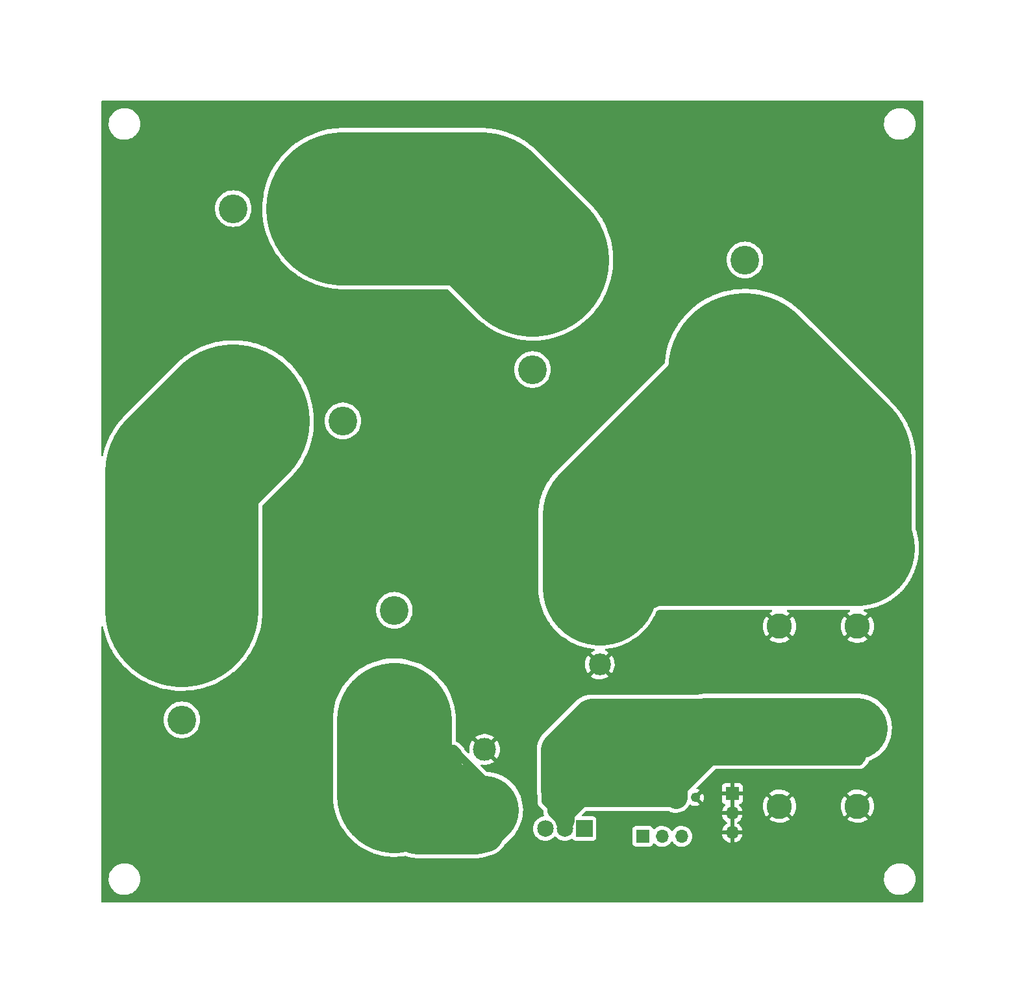
<source format=gtl>
%TF.GenerationSoftware,KiCad,Pcbnew,(6.0.7)*%
%TF.CreationDate,2022-08-27T17:54:50+01:00*%
%TF.ProjectId,Buck Racing 2,4275636b-2052-4616-9369-6e6720322e6b,v01*%
%TF.SameCoordinates,Original*%
%TF.FileFunction,Copper,L1,Top*%
%TF.FilePolarity,Positive*%
%FSLAX46Y46*%
G04 Gerber Fmt 4.6, Leading zero omitted, Abs format (unit mm)*
G04 Created by KiCad (PCBNEW (6.0.7)) date 2022-08-27 17:54:50*
%MOMM*%
%LPD*%
G01*
G04 APERTURE LIST*
%TA.AperFunction,ComponentPad*%
%ADD10C,3.000000*%
%TD*%
%TA.AperFunction,ComponentPad*%
%ADD11C,3.300000*%
%TD*%
%TA.AperFunction,ComponentPad*%
%ADD12C,2.160000*%
%TD*%
%TA.AperFunction,ComponentPad*%
%ADD13R,2.160000X2.160000*%
%TD*%
%TA.AperFunction,ComponentPad*%
%ADD14C,3.750000*%
%TD*%
%TA.AperFunction,ComponentPad*%
%ADD15C,12.816000*%
%TD*%
%TA.AperFunction,ComponentPad*%
%ADD16R,2.850000X2.850000*%
%TD*%
%TA.AperFunction,ComponentPad*%
%ADD17C,2.850000*%
%TD*%
%TA.AperFunction,ComponentPad*%
%ADD18C,1.217000*%
%TD*%
%TA.AperFunction,ComponentPad*%
%ADD19R,1.700000X1.700000*%
%TD*%
%TA.AperFunction,ComponentPad*%
%ADD20O,1.700000X1.700000*%
%TD*%
%TA.AperFunction,Conductor*%
%ADD21C,1.000000*%
%TD*%
%TA.AperFunction,Conductor*%
%ADD22C,4.000000*%
%TD*%
%TA.AperFunction,Conductor*%
%ADD23C,9.000000*%
%TD*%
%TA.AperFunction,Conductor*%
%ADD24C,5.000000*%
%TD*%
%TA.AperFunction,Conductor*%
%ADD25C,15.000000*%
%TD*%
%TA.AperFunction,Conductor*%
%ADD26C,20.000000*%
%TD*%
%TA.AperFunction,Conductor*%
%ADD27C,2.000000*%
%TD*%
%TA.AperFunction,Conductor*%
%ADD28C,8.000000*%
%TD*%
%TA.AperFunction,Conductor*%
%ADD29C,3.000000*%
%TD*%
%TA.AperFunction,Conductor*%
%ADD30C,2.500000*%
%TD*%
G04 APERTURE END LIST*
D10*
X114527600Y-146379200D03*
X114527600Y-135459200D03*
D11*
X163130000Y-119400000D03*
X163130000Y-109240000D03*
X152970000Y-119400000D03*
X152970000Y-109240000D03*
X152970000Y-132709600D03*
X152970000Y-142869600D03*
X163130000Y-132709600D03*
X163130000Y-142869600D03*
D12*
X122428000Y-145796000D03*
X124968000Y-145796000D03*
D13*
X127508000Y-145796000D03*
D14*
X148470000Y-71590000D03*
D15*
X120770000Y-71590000D03*
D14*
X120770000Y-85890000D03*
D15*
X148470000Y-85890000D03*
D14*
X81750000Y-64890000D03*
D15*
X81750000Y-92590000D03*
D14*
X96050000Y-92590000D03*
D15*
X96050000Y-64890000D03*
D14*
X75050000Y-131610000D03*
D15*
X102750000Y-131610000D03*
D14*
X102750000Y-117310000D03*
D15*
X75050000Y-117310000D03*
D16*
X129540000Y-114380000D03*
D17*
X129540000Y-124380000D03*
D18*
X139446000Y-141732000D03*
X141986000Y-141732000D03*
D19*
X146812000Y-141239000D03*
D20*
X146812000Y-143779000D03*
X146812000Y-146319000D03*
D19*
X135143000Y-146812000D03*
D20*
X137683000Y-146812000D03*
X140223000Y-146812000D03*
D21*
X163322000Y-137033000D02*
X163703000Y-136652000D01*
X145161000Y-137033000D02*
X163322000Y-137033000D01*
X144145000Y-137033000D02*
X145161000Y-137033000D01*
X139446000Y-141732000D02*
X144145000Y-137033000D01*
D22*
X104775000Y-139446000D02*
X111887000Y-139446000D01*
X102743000Y-141478000D02*
X104775000Y-139446000D01*
D23*
X105918000Y-144653000D02*
X113262200Y-144653000D01*
X102743000Y-141478000D02*
X105918000Y-144653000D01*
X113262200Y-144653000D02*
X114527600Y-143387600D01*
D21*
X110490000Y-135382000D02*
X110236000Y-135382000D01*
X110998000Y-135890000D02*
X110490000Y-135382000D01*
X110998000Y-136017000D02*
X110998000Y-135890000D01*
D24*
X109204500Y-138064500D02*
X102750000Y-131610000D01*
D21*
X113411000Y-138430000D02*
X110998000Y-136017000D01*
X114527600Y-139546600D02*
X113411000Y-138430000D01*
X114527600Y-143387600D02*
X114527600Y-139546600D01*
D25*
X102750000Y-141471000D02*
X102743000Y-141478000D01*
X102750000Y-131610000D02*
X102750000Y-141471000D01*
D24*
X114527600Y-146379200D02*
X114527600Y-143387600D01*
D26*
X148470000Y-85890000D02*
X160231500Y-97651500D01*
D25*
X160231500Y-106341500D02*
X163130000Y-109240000D01*
D26*
X160231500Y-97651500D02*
X160231500Y-106341500D01*
D25*
X134680000Y-109240000D02*
X133938000Y-109982000D01*
X152970000Y-109240000D02*
X134680000Y-109240000D01*
X163130000Y-109240000D02*
X152970000Y-109240000D01*
X148470000Y-104740000D02*
X152970000Y-109240000D01*
X148470000Y-85890000D02*
X148470000Y-104740000D01*
X129540000Y-104820000D02*
X148470000Y-85890000D01*
X129540000Y-114380000D02*
X129540000Y-104820000D01*
D24*
X134239000Y-135763000D02*
X128397000Y-135763000D01*
X138684000Y-131318000D02*
X134493000Y-135509000D01*
X134493000Y-135509000D02*
X134239000Y-135763000D01*
X141996800Y-131318000D02*
X138684000Y-131318000D01*
X128524000Y-131318000D02*
X141996800Y-131318000D01*
X141996800Y-131318000D02*
X143388400Y-132709600D01*
X124333000Y-135509000D02*
X128524000Y-131318000D01*
X124333000Y-140716000D02*
X124333000Y-135509000D01*
D21*
X122428000Y-140462000D02*
X122428000Y-142240000D01*
X122428000Y-142240000D02*
X123698000Y-143510000D01*
X122682000Y-140716000D02*
X122428000Y-140462000D01*
X124333000Y-140716000D02*
X122682000Y-140716000D01*
D22*
X124587000Y-140716000D02*
X124333000Y-140716000D01*
X126492000Y-138811000D02*
X124587000Y-140716000D01*
X126619000Y-138684000D02*
X126492000Y-138811000D01*
X130683000Y-138684000D02*
X126619000Y-138684000D01*
X134493000Y-138684000D02*
X130683000Y-138684000D01*
X134874000Y-138303000D02*
X134493000Y-138684000D01*
X139446000Y-136652000D02*
X136525000Y-136652000D01*
X136525000Y-136652000D02*
X134874000Y-138303000D01*
D27*
X139446000Y-138176000D02*
X139446000Y-136652000D01*
X137287000Y-140335000D02*
X139446000Y-138176000D01*
X126111000Y-140335000D02*
X137287000Y-140335000D01*
X123698000Y-143510000D02*
X123698000Y-142748000D01*
X124968000Y-144780000D02*
X123698000Y-143510000D01*
X124968000Y-145796000D02*
X124968000Y-144780000D01*
X123698000Y-142748000D02*
X126111000Y-140335000D01*
D23*
X129540000Y-114380000D02*
X133938000Y-109982000D01*
D28*
X143388400Y-132709600D02*
X139446000Y-136652000D01*
X152970000Y-132709600D02*
X143388400Y-132709600D01*
D29*
X139446000Y-141732000D02*
X139446000Y-136652000D01*
D28*
X163130000Y-132709600D02*
X152970000Y-132709600D01*
D26*
X114070000Y-64890000D02*
X120770000Y-71590000D01*
X96050000Y-64890000D02*
X114070000Y-64890000D01*
D30*
X124968000Y-143764000D02*
X124968000Y-144780000D01*
X127000000Y-141732000D02*
X124968000Y-143764000D01*
X139446000Y-141732000D02*
X127000000Y-141732000D01*
D26*
X75050000Y-99290000D02*
X81750000Y-92590000D01*
X75050000Y-117310000D02*
X75050000Y-99290000D01*
%TA.AperFunction,Conductor*%
G36*
X171645621Y-50820502D02*
G01*
X171692114Y-50874158D01*
X171703500Y-50926500D01*
X171703500Y-155321500D01*
X171683498Y-155389621D01*
X171629842Y-155436114D01*
X171577500Y-155447500D01*
X64642500Y-155447500D01*
X64574379Y-155427498D01*
X64527886Y-155373842D01*
X64516500Y-155321500D01*
X64516500Y-152378393D01*
X65500803Y-152378393D01*
X65501210Y-152385458D01*
X65516960Y-152658601D01*
X65517785Y-152662806D01*
X65517786Y-152662814D01*
X65528711Y-152718497D01*
X65570996Y-152934024D01*
X65572383Y-152938074D01*
X65572384Y-152938079D01*
X65660522Y-153195509D01*
X65661911Y-153199565D01*
X65702048Y-153279368D01*
X65739781Y-153354392D01*
X65788022Y-153450310D01*
X65790448Y-153453839D01*
X65790451Y-153453845D01*
X65899012Y-153611801D01*
X65946997Y-153681620D01*
X66135894Y-153889215D01*
X66139183Y-153891965D01*
X66347925Y-154066501D01*
X66347930Y-154066505D01*
X66351217Y-154069253D01*
X66406424Y-154103884D01*
X66585341Y-154216119D01*
X66585345Y-154216121D01*
X66588981Y-154218402D01*
X66844788Y-154333903D01*
X66848907Y-154335123D01*
X67109790Y-154412401D01*
X67109795Y-154412402D01*
X67113903Y-154413619D01*
X67118137Y-154414267D01*
X67118142Y-154414268D01*
X67362514Y-154451662D01*
X67391347Y-154456074D01*
X67534292Y-154458319D01*
X67667694Y-154460415D01*
X67667700Y-154460415D01*
X67671985Y-154460482D01*
X67950626Y-154426763D01*
X68222112Y-154355540D01*
X68226072Y-154353900D01*
X68226077Y-154353898D01*
X68365600Y-154296105D01*
X68481420Y-154248131D01*
X68532296Y-154218402D01*
X68720054Y-154108685D01*
X68720055Y-154108685D01*
X68723752Y-154106524D01*
X68944624Y-153933338D01*
X69139948Y-153731779D01*
X69142481Y-153728331D01*
X69142485Y-153728326D01*
X69303572Y-153509032D01*
X69306110Y-153505577D01*
X69388197Y-153354392D01*
X69437986Y-153262692D01*
X69437987Y-153262690D01*
X69440036Y-153258916D01*
X69539247Y-152996362D01*
X69601907Y-152722773D01*
X69610121Y-152630743D01*
X69626637Y-152445677D01*
X69626637Y-152445675D01*
X69626857Y-152443211D01*
X69627310Y-152400000D01*
X69625837Y-152378393D01*
X166592803Y-152378393D01*
X166593210Y-152385458D01*
X166608960Y-152658601D01*
X166609785Y-152662806D01*
X166609786Y-152662814D01*
X166620711Y-152718497D01*
X166662996Y-152934024D01*
X166664383Y-152938074D01*
X166664384Y-152938079D01*
X166752522Y-153195509D01*
X166753911Y-153199565D01*
X166794048Y-153279368D01*
X166831781Y-153354392D01*
X166880022Y-153450310D01*
X166882448Y-153453839D01*
X166882451Y-153453845D01*
X166991012Y-153611801D01*
X167038997Y-153681620D01*
X167227894Y-153889215D01*
X167231183Y-153891965D01*
X167439925Y-154066501D01*
X167439930Y-154066505D01*
X167443217Y-154069253D01*
X167498424Y-154103884D01*
X167677341Y-154216119D01*
X167677345Y-154216121D01*
X167680981Y-154218402D01*
X167936788Y-154333903D01*
X167940907Y-154335123D01*
X168201790Y-154412401D01*
X168201795Y-154412402D01*
X168205903Y-154413619D01*
X168210137Y-154414267D01*
X168210142Y-154414268D01*
X168454514Y-154451662D01*
X168483347Y-154456074D01*
X168626292Y-154458319D01*
X168759694Y-154460415D01*
X168759700Y-154460415D01*
X168763985Y-154460482D01*
X169042626Y-154426763D01*
X169314112Y-154355540D01*
X169318072Y-154353900D01*
X169318077Y-154353898D01*
X169457600Y-154296105D01*
X169573420Y-154248131D01*
X169624296Y-154218402D01*
X169812054Y-154108685D01*
X169812055Y-154108685D01*
X169815752Y-154106524D01*
X170036624Y-153933338D01*
X170231948Y-153731779D01*
X170234481Y-153728331D01*
X170234485Y-153728326D01*
X170395572Y-153509032D01*
X170398110Y-153505577D01*
X170480197Y-153354392D01*
X170529986Y-153262692D01*
X170529987Y-153262690D01*
X170532036Y-153258916D01*
X170631247Y-152996362D01*
X170693907Y-152722773D01*
X170702121Y-152630743D01*
X170718637Y-152445677D01*
X170718637Y-152445675D01*
X170718857Y-152443211D01*
X170719310Y-152400000D01*
X170700220Y-152119977D01*
X170694923Y-152094396D01*
X170644172Y-151849332D01*
X170643303Y-151845135D01*
X170549612Y-151580561D01*
X170539401Y-151560776D01*
X170422847Y-151334957D01*
X170422847Y-151334956D01*
X170420882Y-151331150D01*
X170410595Y-151316512D01*
X170261956Y-151105022D01*
X170259493Y-151101517D01*
X170068433Y-150895912D01*
X169851237Y-150718139D01*
X169611923Y-150571487D01*
X169589348Y-150561577D01*
X169358853Y-150460397D01*
X169354921Y-150458671D01*
X169335519Y-150453144D01*
X169089114Y-150382954D01*
X169089115Y-150382954D01*
X169084986Y-150381778D01*
X168879217Y-150352493D01*
X168811365Y-150342836D01*
X168811363Y-150342836D01*
X168807113Y-150342231D01*
X168802824Y-150342209D01*
X168802817Y-150342208D01*
X168530730Y-150340783D01*
X168530723Y-150340783D01*
X168526444Y-150340761D01*
X168522199Y-150341320D01*
X168522197Y-150341320D01*
X168458813Y-150349665D01*
X168248172Y-150377397D01*
X167977446Y-150451459D01*
X167719277Y-150561577D01*
X167573721Y-150648691D01*
X167482123Y-150703511D01*
X167482119Y-150703514D01*
X167478441Y-150705715D01*
X167259395Y-150881204D01*
X167256451Y-150884306D01*
X167256447Y-150884310D01*
X167069142Y-151081688D01*
X167066192Y-151084797D01*
X166902408Y-151312727D01*
X166771073Y-151560776D01*
X166769601Y-151564799D01*
X166769599Y-151564803D01*
X166762354Y-151584602D01*
X166674616Y-151824355D01*
X166673703Y-151828541D01*
X166673703Y-151828542D01*
X166635641Y-152003115D01*
X166614825Y-152098585D01*
X166592803Y-152378393D01*
X69625837Y-152378393D01*
X69608220Y-152119977D01*
X69602923Y-152094396D01*
X69552172Y-151849332D01*
X69551303Y-151845135D01*
X69457612Y-151580561D01*
X69447401Y-151560776D01*
X69330847Y-151334957D01*
X69330847Y-151334956D01*
X69328882Y-151331150D01*
X69318595Y-151316512D01*
X69169956Y-151105022D01*
X69167493Y-151101517D01*
X68976433Y-150895912D01*
X68759237Y-150718139D01*
X68519923Y-150571487D01*
X68497348Y-150561577D01*
X68266853Y-150460397D01*
X68262921Y-150458671D01*
X68243519Y-150453144D01*
X67997114Y-150382954D01*
X67997115Y-150382954D01*
X67992986Y-150381778D01*
X67787217Y-150352493D01*
X67719365Y-150342836D01*
X67719363Y-150342836D01*
X67715113Y-150342231D01*
X67710824Y-150342209D01*
X67710817Y-150342208D01*
X67438730Y-150340783D01*
X67438723Y-150340783D01*
X67434444Y-150340761D01*
X67430199Y-150341320D01*
X67430197Y-150341320D01*
X67366813Y-150349665D01*
X67156172Y-150377397D01*
X66885446Y-150451459D01*
X66627277Y-150561577D01*
X66481721Y-150648691D01*
X66390123Y-150703511D01*
X66390119Y-150703514D01*
X66386441Y-150705715D01*
X66167395Y-150881204D01*
X66164451Y-150884306D01*
X66164447Y-150884310D01*
X65977142Y-151081688D01*
X65974192Y-151084797D01*
X65810408Y-151312727D01*
X65679073Y-151560776D01*
X65677601Y-151564799D01*
X65677599Y-151564803D01*
X65670354Y-151584602D01*
X65582616Y-151824355D01*
X65581703Y-151828541D01*
X65581703Y-151828542D01*
X65543641Y-152003115D01*
X65522825Y-152098585D01*
X65500803Y-152378393D01*
X64516500Y-152378393D01*
X64516500Y-141338145D01*
X94730729Y-141338145D01*
X94740490Y-141897394D01*
X94740682Y-141899586D01*
X94787685Y-142436833D01*
X94789239Y-142454599D01*
X94824501Y-142677236D01*
X94862590Y-142917717D01*
X94876738Y-143007046D01*
X94877229Y-143009171D01*
X94877229Y-143009173D01*
X94993304Y-143511947D01*
X95002561Y-143552045D01*
X95003205Y-143554151D01*
X95003207Y-143554159D01*
X95157965Y-144060348D01*
X95166094Y-144086938D01*
X95210289Y-144202068D01*
X95353719Y-144575714D01*
X95366542Y-144609120D01*
X95367467Y-144611104D01*
X95367468Y-144611106D01*
X95584801Y-145077180D01*
X95602926Y-145116050D01*
X95603992Y-145117973D01*
X95603996Y-145117981D01*
X95639215Y-145181517D01*
X95874097Y-145605254D01*
X95875285Y-145607084D01*
X95875292Y-145607095D01*
X96170792Y-146062124D01*
X96178732Y-146074350D01*
X96515347Y-146521054D01*
X96882303Y-146943188D01*
X97277812Y-147338697D01*
X97699946Y-147705653D01*
X98146650Y-148042268D01*
X98148492Y-148043464D01*
X98148496Y-148043467D01*
X98613905Y-148345708D01*
X98613916Y-148345715D01*
X98615746Y-148346903D01*
X98937449Y-148525227D01*
X99103019Y-148617004D01*
X99103027Y-148617008D01*
X99104950Y-148618074D01*
X99106940Y-148619002D01*
X99106946Y-148619005D01*
X99566701Y-148833391D01*
X99611880Y-148854458D01*
X99613921Y-148855242D01*
X99613927Y-148855244D01*
X99872971Y-148954682D01*
X100134062Y-149054906D01*
X100136155Y-149055546D01*
X100136164Y-149055549D01*
X100666841Y-149217793D01*
X100666849Y-149217795D01*
X100668955Y-149218439D01*
X100671091Y-149218932D01*
X100671098Y-149218934D01*
X101211827Y-149343771D01*
X101213954Y-149344262D01*
X101216101Y-149344602D01*
X101216111Y-149344604D01*
X101510212Y-149391185D01*
X101766401Y-149431761D01*
X101768556Y-149431950D01*
X101768568Y-149431951D01*
X102126121Y-149463232D01*
X102323606Y-149480510D01*
X102882855Y-149490271D01*
X103441422Y-149460998D01*
X103996586Y-149392832D01*
X104045141Y-149383394D01*
X104150483Y-149362918D01*
X104221825Y-149369818D01*
X104241840Y-149377925D01*
X104241846Y-149377927D01*
X104244443Y-149378979D01*
X104354947Y-149412657D01*
X104359949Y-149414298D01*
X104466264Y-149451633D01*
X104466274Y-149451636D01*
X104468925Y-149452567D01*
X104471639Y-149453256D01*
X104471648Y-149453259D01*
X104567838Y-149477688D01*
X104573532Y-149479277D01*
X104671182Y-149509038D01*
X104685466Y-149512035D01*
X104784220Y-149532756D01*
X104789360Y-149533948D01*
X104898602Y-149561692D01*
X104898608Y-149561693D01*
X104901316Y-149562381D01*
X104904062Y-149562823D01*
X104904075Y-149562826D01*
X104975476Y-149574326D01*
X105002084Y-149578612D01*
X105007890Y-149579688D01*
X105107791Y-149600649D01*
X105110550Y-149600976D01*
X105110559Y-149600977D01*
X105177562Y-149608907D01*
X105222518Y-149614228D01*
X105227708Y-149614952D01*
X105341757Y-149633322D01*
X105344561Y-149633521D01*
X105344565Y-149633521D01*
X105412868Y-149638357D01*
X105443542Y-149640528D01*
X105449444Y-149641085D01*
X105484128Y-149645191D01*
X105548035Y-149652755D01*
X105548041Y-149652755D01*
X105550817Y-149653084D01*
X105553613Y-149653165D01*
X105553619Y-149653165D01*
X105599645Y-149654491D01*
X105666312Y-149656411D01*
X105671540Y-149656672D01*
X105711080Y-149659471D01*
X105737508Y-149661343D01*
X105737517Y-149661343D01*
X105739730Y-149661500D01*
X105841145Y-149661500D01*
X105844773Y-149661552D01*
X105993964Y-149665850D01*
X105993970Y-149665850D01*
X105996750Y-149665930D01*
X106066451Y-149661728D01*
X106074033Y-149661500D01*
X113039304Y-149661500D01*
X113046663Y-149661818D01*
X113046664Y-149661791D01*
X113049469Y-149661909D01*
X113052254Y-149662150D01*
X113055039Y-149662143D01*
X113055046Y-149662143D01*
X113300733Y-149661500D01*
X113375550Y-149661500D01*
X113377584Y-149661409D01*
X113382840Y-149661285D01*
X113498370Y-149660983D01*
X113583448Y-149653165D01*
X113600001Y-149651644D01*
X113605926Y-149651240D01*
X113705071Y-149646825D01*
X113705073Y-149646825D01*
X113707876Y-149646700D01*
X113710660Y-149646326D01*
X113710672Y-149646325D01*
X113822375Y-149631321D01*
X113827601Y-149630730D01*
X113895136Y-149624525D01*
X113939822Y-149620419D01*
X113939828Y-149620418D01*
X113942616Y-149620162D01*
X114043025Y-149601824D01*
X114048882Y-149600898D01*
X114063403Y-149598947D01*
X114147242Y-149587686D01*
X114147252Y-149587684D01*
X114150023Y-149587312D01*
X114152747Y-149586696D01*
X114152756Y-149586694D01*
X114262677Y-149561821D01*
X114267848Y-149560764D01*
X114331084Y-149549215D01*
X114381475Y-149540012D01*
X114479859Y-149512821D01*
X114485590Y-149511381D01*
X114585140Y-149488855D01*
X114587794Y-149488001D01*
X114587799Y-149487999D01*
X114695092Y-149453448D01*
X114700147Y-149451936D01*
X114717337Y-149447185D01*
X114811472Y-149421167D01*
X114907054Y-149385335D01*
X114912608Y-149383401D01*
X114992007Y-149357833D01*
X115003775Y-149354663D01*
X115338017Y-149281786D01*
X115341444Y-149280613D01*
X115341450Y-149280611D01*
X115662835Y-149170576D01*
X115666261Y-149169403D01*
X115979412Y-149020037D01*
X116273321Y-148835668D01*
X116276157Y-148833396D01*
X116276164Y-148833391D01*
X116541255Y-148621013D01*
X116544091Y-148618741D01*
X116788134Y-148372129D01*
X117002214Y-148099102D01*
X117108704Y-147925327D01*
X117157481Y-147845731D01*
X117175818Y-147822471D01*
X117288155Y-147710134D01*
X133784500Y-147710134D01*
X133791255Y-147772316D01*
X133842385Y-147908705D01*
X133929739Y-148025261D01*
X134046295Y-148112615D01*
X134182684Y-148163745D01*
X134244866Y-148170500D01*
X136041134Y-148170500D01*
X136103316Y-148163745D01*
X136239705Y-148112615D01*
X136356261Y-148025261D01*
X136443615Y-147908705D01*
X136467223Y-147845731D01*
X136487598Y-147791382D01*
X136530240Y-147734618D01*
X136596802Y-147709918D01*
X136666150Y-147725126D01*
X136700817Y-147753114D01*
X136729250Y-147785938D01*
X136901126Y-147928632D01*
X137094000Y-148041338D01*
X137302692Y-148121030D01*
X137307760Y-148122061D01*
X137307763Y-148122062D01*
X137415017Y-148143883D01*
X137521597Y-148165567D01*
X137526772Y-148165757D01*
X137526774Y-148165757D01*
X137739673Y-148173564D01*
X137739677Y-148173564D01*
X137744837Y-148173753D01*
X137749957Y-148173097D01*
X137749959Y-148173097D01*
X137961288Y-148146025D01*
X137961289Y-148146025D01*
X137966416Y-148145368D01*
X137971366Y-148143883D01*
X138175429Y-148082661D01*
X138175434Y-148082659D01*
X138180384Y-148081174D01*
X138380994Y-147982896D01*
X138562860Y-147853173D01*
X138593670Y-147822471D01*
X138709569Y-147706976D01*
X138721096Y-147695489D01*
X138752807Y-147651359D01*
X138851453Y-147514077D01*
X138852776Y-147515028D01*
X138899645Y-147471857D01*
X138969580Y-147459625D01*
X139035026Y-147487144D01*
X139062875Y-147518994D01*
X139122987Y-147617088D01*
X139269250Y-147785938D01*
X139441126Y-147928632D01*
X139634000Y-148041338D01*
X139842692Y-148121030D01*
X139847760Y-148122061D01*
X139847763Y-148122062D01*
X139955017Y-148143883D01*
X140061597Y-148165567D01*
X140066772Y-148165757D01*
X140066774Y-148165757D01*
X140279673Y-148173564D01*
X140279677Y-148173564D01*
X140284837Y-148173753D01*
X140289957Y-148173097D01*
X140289959Y-148173097D01*
X140501288Y-148146025D01*
X140501289Y-148146025D01*
X140506416Y-148145368D01*
X140511366Y-148143883D01*
X140715429Y-148082661D01*
X140715434Y-148082659D01*
X140720384Y-148081174D01*
X140920994Y-147982896D01*
X141102860Y-147853173D01*
X141133670Y-147822471D01*
X141249569Y-147706976D01*
X141261096Y-147695489D01*
X141292807Y-147651359D01*
X141388435Y-147518277D01*
X141391453Y-147514077D01*
X141412320Y-147471857D01*
X141488136Y-147318453D01*
X141488137Y-147318451D01*
X141490430Y-147313811D01*
X141548493Y-147122705D01*
X141553865Y-147105023D01*
X141553865Y-147105021D01*
X141555370Y-147100069D01*
X141584529Y-146878590D01*
X141584809Y-146867124D01*
X141586074Y-146815365D01*
X141586074Y-146815361D01*
X141586156Y-146812000D01*
X141567852Y-146589361D01*
X141567250Y-146586966D01*
X145480257Y-146586966D01*
X145510565Y-146721446D01*
X145513645Y-146731275D01*
X145593770Y-146928603D01*
X145598413Y-146937794D01*
X145709694Y-147119388D01*
X145715777Y-147127699D01*
X145855213Y-147288667D01*
X145862580Y-147295883D01*
X146026434Y-147431916D01*
X146034881Y-147437831D01*
X146218756Y-147545279D01*
X146228042Y-147549729D01*
X146427001Y-147625703D01*
X146436899Y-147628579D01*
X146540250Y-147649606D01*
X146554299Y-147648410D01*
X146558000Y-147638065D01*
X146558000Y-147637517D01*
X147066000Y-147637517D01*
X147070064Y-147651359D01*
X147083478Y-147653393D01*
X147090184Y-147652534D01*
X147100262Y-147650392D01*
X147304255Y-147589191D01*
X147313842Y-147585433D01*
X147505095Y-147491739D01*
X147513945Y-147486464D01*
X147687328Y-147362792D01*
X147695200Y-147356139D01*
X147846052Y-147205812D01*
X147852730Y-147197965D01*
X147977003Y-147025020D01*
X147982313Y-147016183D01*
X148076670Y-146825267D01*
X148080469Y-146815672D01*
X148142377Y-146611910D01*
X148144555Y-146601837D01*
X148145986Y-146590962D01*
X148143775Y-146576778D01*
X148130617Y-146573000D01*
X147084115Y-146573000D01*
X147068876Y-146577475D01*
X147067671Y-146578865D01*
X147066000Y-146586548D01*
X147066000Y-147637517D01*
X146558000Y-147637517D01*
X146558000Y-146591115D01*
X146553525Y-146575876D01*
X146552135Y-146574671D01*
X146544452Y-146573000D01*
X145495225Y-146573000D01*
X145481694Y-146576973D01*
X145480257Y-146586966D01*
X141567250Y-146586966D01*
X141513431Y-146372702D01*
X141424354Y-146167840D01*
X141350179Y-146053183D01*
X145476389Y-146053183D01*
X145477912Y-146061607D01*
X145490292Y-146065000D01*
X146539885Y-146065000D01*
X146555124Y-146060525D01*
X146556329Y-146059135D01*
X146558000Y-146051452D01*
X146558000Y-146046885D01*
X147066000Y-146046885D01*
X147070475Y-146062124D01*
X147071865Y-146063329D01*
X147079548Y-146065000D01*
X148130344Y-146065000D01*
X148143875Y-146061027D01*
X148145180Y-146051947D01*
X148103214Y-145884875D01*
X148099894Y-145875124D01*
X148014972Y-145679814D01*
X148010105Y-145670739D01*
X147894426Y-145491926D01*
X147888136Y-145483757D01*
X147744806Y-145326240D01*
X147737273Y-145319215D01*
X147570139Y-145187222D01*
X147561552Y-145181517D01*
X147524116Y-145160851D01*
X147474146Y-145110419D01*
X147459374Y-145040976D01*
X147484490Y-144974571D01*
X147511842Y-144947964D01*
X147687327Y-144822792D01*
X147695200Y-144816139D01*
X147846052Y-144665812D01*
X147852730Y-144657965D01*
X147918997Y-144565744D01*
X151639128Y-144565744D01*
X151646182Y-144575714D01*
X151695298Y-144616782D01*
X151702240Y-144621825D01*
X151944212Y-144773614D01*
X151951763Y-144777663D01*
X152212112Y-144895214D01*
X152220143Y-144898201D01*
X152494034Y-144979332D01*
X152502386Y-144981199D01*
X152784760Y-145024408D01*
X152793293Y-145025124D01*
X153078914Y-145029612D01*
X153087465Y-145029163D01*
X153371056Y-144994845D01*
X153379457Y-144993243D01*
X153655780Y-144920751D01*
X153663882Y-144918024D01*
X153927805Y-144808703D01*
X153935467Y-144804900D01*
X154182103Y-144660777D01*
X154189190Y-144655961D01*
X154291497Y-144575743D01*
X154298639Y-144565744D01*
X161799128Y-144565744D01*
X161806182Y-144575714D01*
X161855298Y-144616782D01*
X161862240Y-144621825D01*
X162104212Y-144773614D01*
X162111763Y-144777663D01*
X162372112Y-144895214D01*
X162380143Y-144898201D01*
X162654034Y-144979332D01*
X162662386Y-144981199D01*
X162944760Y-145024408D01*
X162953293Y-145025124D01*
X163238914Y-145029612D01*
X163247465Y-145029163D01*
X163531056Y-144994845D01*
X163539457Y-144993243D01*
X163815780Y-144920751D01*
X163823882Y-144918024D01*
X164087805Y-144808703D01*
X164095467Y-144804900D01*
X164342103Y-144660777D01*
X164349190Y-144655961D01*
X164451497Y-144575743D01*
X164459968Y-144563883D01*
X164453452Y-144552262D01*
X163142812Y-143241622D01*
X163128868Y-143234008D01*
X163127035Y-143234139D01*
X163120420Y-143238390D01*
X161806421Y-144552389D01*
X161799128Y-144565744D01*
X154298639Y-144565744D01*
X154299968Y-144563883D01*
X154293452Y-144552262D01*
X152982812Y-143241622D01*
X152968868Y-143234008D01*
X152967035Y-143234139D01*
X152960420Y-143238390D01*
X151646421Y-144552389D01*
X151639128Y-144565744D01*
X147918997Y-144565744D01*
X147977003Y-144485020D01*
X147982313Y-144476183D01*
X148076670Y-144285267D01*
X148080469Y-144275672D01*
X148142377Y-144071910D01*
X148144555Y-144061837D01*
X148145986Y-144050962D01*
X148143775Y-144036778D01*
X148130617Y-144033000D01*
X147084115Y-144033000D01*
X147068876Y-144037475D01*
X147067671Y-144038865D01*
X147066000Y-144046548D01*
X147066000Y-146046885D01*
X146558000Y-146046885D01*
X146558000Y-144051115D01*
X146553525Y-144035876D01*
X146552135Y-144034671D01*
X146544452Y-144033000D01*
X145495225Y-144033000D01*
X145481694Y-144036973D01*
X145480257Y-144046966D01*
X145510565Y-144181446D01*
X145513645Y-144191275D01*
X145593770Y-144388603D01*
X145598413Y-144397794D01*
X145709694Y-144579388D01*
X145715777Y-144587699D01*
X145855213Y-144748667D01*
X145862580Y-144755883D01*
X146026434Y-144891916D01*
X146034881Y-144897831D01*
X146104479Y-144938501D01*
X146153203Y-144990140D01*
X146166274Y-145059923D01*
X146139543Y-145125694D01*
X146099087Y-145159053D01*
X146090462Y-145163542D01*
X146081738Y-145169036D01*
X145911433Y-145296905D01*
X145903726Y-145303748D01*
X145756590Y-145457717D01*
X145750104Y-145465727D01*
X145630098Y-145641649D01*
X145625000Y-145650623D01*
X145535338Y-145843783D01*
X145531775Y-145853470D01*
X145476389Y-146053183D01*
X141350179Y-146053183D01*
X141305822Y-145984617D01*
X141305820Y-145984614D01*
X141303014Y-145980277D01*
X141152670Y-145815051D01*
X141148619Y-145811852D01*
X141148615Y-145811848D01*
X140981414Y-145679800D01*
X140981410Y-145679798D01*
X140977359Y-145676598D01*
X140966746Y-145670739D01*
X140851454Y-145607095D01*
X140781789Y-145568638D01*
X140776920Y-145566914D01*
X140776916Y-145566912D01*
X140576087Y-145495795D01*
X140576083Y-145495794D01*
X140571212Y-145494069D01*
X140566119Y-145493162D01*
X140566116Y-145493161D01*
X140356373Y-145455800D01*
X140356367Y-145455799D01*
X140351284Y-145454894D01*
X140277452Y-145453992D01*
X140133081Y-145452228D01*
X140133079Y-145452228D01*
X140127911Y-145452165D01*
X139907091Y-145485955D01*
X139694756Y-145555357D01*
X139496607Y-145658507D01*
X139492474Y-145661610D01*
X139492471Y-145661612D01*
X139322100Y-145789530D01*
X139317965Y-145792635D01*
X139314393Y-145796373D01*
X139206729Y-145909037D01*
X139163629Y-145954138D01*
X139056201Y-146111621D01*
X139001293Y-146156621D01*
X138930768Y-146164792D01*
X138867021Y-146133538D01*
X138846324Y-146109054D01*
X138765822Y-145984617D01*
X138765820Y-145984614D01*
X138763014Y-145980277D01*
X138612670Y-145815051D01*
X138608619Y-145811852D01*
X138608615Y-145811848D01*
X138441414Y-145679800D01*
X138441410Y-145679798D01*
X138437359Y-145676598D01*
X138426746Y-145670739D01*
X138311454Y-145607095D01*
X138241789Y-145568638D01*
X138236920Y-145566914D01*
X138236916Y-145566912D01*
X138036087Y-145495795D01*
X138036083Y-145495794D01*
X138031212Y-145494069D01*
X138026119Y-145493162D01*
X138026116Y-145493161D01*
X137816373Y-145455800D01*
X137816367Y-145455799D01*
X137811284Y-145454894D01*
X137737452Y-145453992D01*
X137593081Y-145452228D01*
X137593079Y-145452228D01*
X137587911Y-145452165D01*
X137367091Y-145485955D01*
X137154756Y-145555357D01*
X136956607Y-145658507D01*
X136952474Y-145661610D01*
X136952471Y-145661612D01*
X136782100Y-145789530D01*
X136777965Y-145792635D01*
X136702499Y-145871606D01*
X136697283Y-145877064D01*
X136635759Y-145912494D01*
X136564846Y-145909037D01*
X136507060Y-145867791D01*
X136488207Y-145834243D01*
X136446767Y-145723703D01*
X136443615Y-145715295D01*
X136356261Y-145598739D01*
X136239705Y-145511385D01*
X136103316Y-145460255D01*
X136041134Y-145453500D01*
X134244866Y-145453500D01*
X134182684Y-145460255D01*
X134046295Y-145511385D01*
X133929739Y-145598739D01*
X133842385Y-145715295D01*
X133791255Y-145851684D01*
X133784500Y-145913866D01*
X133784500Y-147710134D01*
X117288155Y-147710134D01*
X118149295Y-146848994D01*
X118373820Y-146603538D01*
X118438111Y-146519297D01*
X118642767Y-146251133D01*
X118642769Y-146251130D01*
X118644471Y-146248900D01*
X118882526Y-145871606D01*
X118917553Y-145803304D01*
X118921299Y-145796000D01*
X120834588Y-145796000D01*
X120854206Y-146045265D01*
X120855360Y-146050072D01*
X120855361Y-146050078D01*
X120882902Y-146164792D01*
X120912575Y-146288391D01*
X121008260Y-146519394D01*
X121138903Y-146732584D01*
X121301288Y-146922712D01*
X121491416Y-147085097D01*
X121704606Y-147215740D01*
X121709176Y-147217633D01*
X121709180Y-147217635D01*
X121898087Y-147295883D01*
X121935609Y-147311425D01*
X122019431Y-147331549D01*
X122173922Y-147368639D01*
X122173928Y-147368640D01*
X122178735Y-147369794D01*
X122428000Y-147389412D01*
X122677265Y-147369794D01*
X122682072Y-147368640D01*
X122682078Y-147368639D01*
X122836569Y-147331549D01*
X122920391Y-147311425D01*
X122957913Y-147295883D01*
X123146820Y-147217635D01*
X123146824Y-147217633D01*
X123151394Y-147215740D01*
X123364584Y-147085097D01*
X123554712Y-146922712D01*
X123602189Y-146867124D01*
X123661640Y-146828315D01*
X123732635Y-146827809D01*
X123793811Y-146867124D01*
X123841288Y-146922712D01*
X124031416Y-147085097D01*
X124244606Y-147215740D01*
X124249176Y-147217633D01*
X124249180Y-147217635D01*
X124438087Y-147295883D01*
X124475609Y-147311425D01*
X124559431Y-147331549D01*
X124713922Y-147368639D01*
X124713928Y-147368640D01*
X124718735Y-147369794D01*
X124968000Y-147389412D01*
X125217265Y-147369794D01*
X125222072Y-147368640D01*
X125222078Y-147368639D01*
X125376569Y-147331549D01*
X125460391Y-147311425D01*
X125497913Y-147295883D01*
X125686820Y-147217635D01*
X125686824Y-147217633D01*
X125691394Y-147215740D01*
X125837316Y-147126319D01*
X125905850Y-147107781D01*
X125973526Y-147129237D01*
X126003977Y-147158187D01*
X126064739Y-147239261D01*
X126181295Y-147326615D01*
X126317684Y-147377745D01*
X126379866Y-147384500D01*
X128636134Y-147384500D01*
X128698316Y-147377745D01*
X128834705Y-147326615D01*
X128951261Y-147239261D01*
X129038615Y-147122705D01*
X129089745Y-146986316D01*
X129096500Y-146924134D01*
X129096500Y-144667866D01*
X129089745Y-144605684D01*
X129038615Y-144469295D01*
X128951261Y-144352739D01*
X128834705Y-144265385D01*
X128698316Y-144214255D01*
X128636134Y-144207500D01*
X127315585Y-144207500D01*
X127247464Y-144187498D01*
X127200971Y-144133842D01*
X127190867Y-144063568D01*
X127220361Y-143998988D01*
X127226490Y-143992405D01*
X127691490Y-143527405D01*
X127753802Y-143493379D01*
X127780585Y-143490500D01*
X138441050Y-143490500D01*
X138504049Y-143507381D01*
X138563381Y-143541636D01*
X138823824Y-143646862D01*
X138828097Y-143647927D01*
X138828099Y-143647928D01*
X139092107Y-143713753D01*
X139092112Y-143713754D01*
X139096376Y-143714817D01*
X139100744Y-143715276D01*
X139100749Y-143715277D01*
X139371364Y-143743719D01*
X139371367Y-143743719D01*
X139375733Y-143744178D01*
X139380121Y-143744025D01*
X139380127Y-143744025D01*
X139652061Y-143734529D01*
X139652067Y-143734528D01*
X139656458Y-143734375D01*
X139660781Y-143733613D01*
X139660788Y-143733612D01*
X139836494Y-143702630D01*
X139933087Y-143685598D01*
X140200235Y-143598797D01*
X140204188Y-143596869D01*
X140204193Y-143596867D01*
X140317432Y-143541636D01*
X140452702Y-143475660D01*
X140456341Y-143473205D01*
X140456347Y-143473202D01*
X140646599Y-143344875D01*
X140685576Y-143318585D01*
X140699477Y-143306069D01*
X140891060Y-143133566D01*
X140894322Y-143130629D01*
X141074879Y-142915450D01*
X141102822Y-142870732D01*
X141204116Y-142708627D01*
X141257177Y-142661457D01*
X141327317Y-142650462D01*
X141380972Y-142670632D01*
X141446166Y-142714193D01*
X141456276Y-142719683D01*
X141634203Y-142796126D01*
X141645135Y-142799678D01*
X141834004Y-142842414D01*
X141845418Y-142843917D01*
X142038915Y-142851519D01*
X142050397Y-142850917D01*
X142242044Y-142823130D01*
X142253227Y-142820446D01*
X142436599Y-142758199D01*
X142447102Y-142753523D01*
X142560278Y-142690142D01*
X142570140Y-142680067D01*
X142567185Y-142672395D01*
X141715885Y-141821095D01*
X141681859Y-141758783D01*
X141683694Y-141733132D01*
X142350408Y-141733132D01*
X142350539Y-141734965D01*
X142354790Y-141741580D01*
X142922480Y-142309270D01*
X142934860Y-142316030D01*
X142941440Y-142311104D01*
X143007523Y-142193102D01*
X143012199Y-142182599D01*
X143028809Y-142133669D01*
X145454001Y-142133669D01*
X145454371Y-142140490D01*
X145459895Y-142191352D01*
X145463521Y-142206604D01*
X145508676Y-142327054D01*
X145517214Y-142342649D01*
X145593715Y-142444724D01*
X145606276Y-142457285D01*
X145708351Y-142533786D01*
X145723946Y-142542324D01*
X145833337Y-142583333D01*
X145890101Y-142625975D01*
X145914801Y-142692536D01*
X145899594Y-142761885D01*
X145880201Y-142788366D01*
X145756590Y-142917717D01*
X145750104Y-142925727D01*
X145630098Y-143101649D01*
X145625000Y-143110623D01*
X145535338Y-143303783D01*
X145531775Y-143313470D01*
X145476389Y-143513183D01*
X145477912Y-143521607D01*
X145490292Y-143525000D01*
X146539885Y-143525000D01*
X146555124Y-143520525D01*
X146556329Y-143519135D01*
X146558000Y-143511452D01*
X146558000Y-143506885D01*
X147066000Y-143506885D01*
X147070475Y-143522124D01*
X147071865Y-143523329D01*
X147079548Y-143525000D01*
X148130344Y-143525000D01*
X148143875Y-143521027D01*
X148145180Y-143511947D01*
X148103214Y-143344875D01*
X148099894Y-143335124D01*
X148014972Y-143139814D01*
X148010105Y-143130739D01*
X147894426Y-142951926D01*
X147888136Y-142943757D01*
X147803941Y-142851229D01*
X150807323Y-142851229D01*
X150823766Y-143136414D01*
X150824839Y-143144913D01*
X150879837Y-143425236D01*
X150882048Y-143433488D01*
X150974581Y-143703757D01*
X150977896Y-143711642D01*
X151106251Y-143966847D01*
X151110608Y-143974213D01*
X151261474Y-144193724D01*
X151271727Y-144202068D01*
X151285468Y-144194922D01*
X152597978Y-142882412D01*
X152604356Y-142870732D01*
X153334408Y-142870732D01*
X153334539Y-142872565D01*
X153338790Y-142879180D01*
X154653033Y-144193423D01*
X154665242Y-144200090D01*
X154676742Y-144191400D01*
X154793777Y-144032075D01*
X154798364Y-144024847D01*
X154934667Y-143773809D01*
X154938235Y-143766015D01*
X155039205Y-143498806D01*
X155041682Y-143490600D01*
X155105454Y-143212158D01*
X155106794Y-143203697D01*
X155132349Y-142917364D01*
X155132595Y-142912425D01*
X155133017Y-142872085D01*
X155132874Y-142867119D01*
X155131791Y-142851229D01*
X160967323Y-142851229D01*
X160983766Y-143136414D01*
X160984839Y-143144913D01*
X161039837Y-143425236D01*
X161042048Y-143433488D01*
X161134581Y-143703757D01*
X161137896Y-143711642D01*
X161266251Y-143966847D01*
X161270608Y-143974213D01*
X161421474Y-144193724D01*
X161431727Y-144202068D01*
X161445468Y-144194922D01*
X162757978Y-142882412D01*
X162764356Y-142870732D01*
X163494408Y-142870732D01*
X163494539Y-142872565D01*
X163498790Y-142879180D01*
X164813033Y-144193423D01*
X164825242Y-144200090D01*
X164836742Y-144191400D01*
X164953777Y-144032075D01*
X164958364Y-144024847D01*
X165094667Y-143773809D01*
X165098235Y-143766015D01*
X165199205Y-143498806D01*
X165201682Y-143490600D01*
X165265454Y-143212158D01*
X165266794Y-143203697D01*
X165292349Y-142917364D01*
X165292595Y-142912425D01*
X165293017Y-142872085D01*
X165292874Y-142867119D01*
X165273322Y-142580318D01*
X165272161Y-142571844D01*
X165214231Y-142292112D01*
X165211932Y-142283877D01*
X165116574Y-142014593D01*
X165113177Y-142006743D01*
X164982155Y-141752892D01*
X164977727Y-141745580D01*
X164837701Y-141546346D01*
X164827180Y-141537966D01*
X164813792Y-141545018D01*
X163502022Y-142856788D01*
X163494408Y-142870732D01*
X162764356Y-142870732D01*
X162765592Y-142868468D01*
X162765461Y-142866635D01*
X162761210Y-142860020D01*
X161446334Y-141545144D01*
X161434323Y-141538585D01*
X161422585Y-141547553D01*
X161294151Y-141726287D01*
X161289636Y-141733568D01*
X161155973Y-141986014D01*
X161152487Y-141993842D01*
X161054318Y-142262099D01*
X161051929Y-142270322D01*
X160991074Y-142549430D01*
X160989825Y-142557885D01*
X160967412Y-142842678D01*
X160967323Y-142851229D01*
X155131791Y-142851229D01*
X155113322Y-142580318D01*
X155112161Y-142571844D01*
X155054231Y-142292112D01*
X155051932Y-142283877D01*
X154956574Y-142014593D01*
X154953177Y-142006743D01*
X154822155Y-141752892D01*
X154817727Y-141745580D01*
X154677701Y-141546346D01*
X154667180Y-141537966D01*
X154653792Y-141545018D01*
X153342022Y-142856788D01*
X153334408Y-142870732D01*
X152604356Y-142870732D01*
X152605592Y-142868468D01*
X152605461Y-142866635D01*
X152601210Y-142860020D01*
X151286334Y-141545144D01*
X151274323Y-141538585D01*
X151262585Y-141547553D01*
X151134151Y-141726287D01*
X151129636Y-141733568D01*
X150995973Y-141986014D01*
X150992487Y-141993842D01*
X150894318Y-142262099D01*
X150891929Y-142270322D01*
X150831074Y-142549430D01*
X150829825Y-142557885D01*
X150807412Y-142842678D01*
X150807323Y-142851229D01*
X147803941Y-142851229D01*
X147743931Y-142785279D01*
X147712879Y-142721433D01*
X147721273Y-142650934D01*
X147766450Y-142596166D01*
X147792894Y-142582497D01*
X147900054Y-142542324D01*
X147915649Y-142533786D01*
X148017724Y-142457285D01*
X148030285Y-142444724D01*
X148106786Y-142342649D01*
X148115324Y-142327054D01*
X148160478Y-142206606D01*
X148164105Y-142191351D01*
X148169631Y-142140486D01*
X148170000Y-142133672D01*
X148170000Y-141511115D01*
X148165525Y-141495876D01*
X148164135Y-141494671D01*
X148156452Y-141493000D01*
X147084115Y-141493000D01*
X147068876Y-141497475D01*
X147067671Y-141498865D01*
X147066000Y-141506548D01*
X147066000Y-143506885D01*
X146558000Y-143506885D01*
X146558000Y-141511115D01*
X146553525Y-141495876D01*
X146552135Y-141494671D01*
X146544452Y-141493000D01*
X145472116Y-141493000D01*
X145456877Y-141497475D01*
X145455672Y-141498865D01*
X145454001Y-141506548D01*
X145454001Y-142133669D01*
X143028809Y-142133669D01*
X143074446Y-141999227D01*
X143077130Y-141988044D01*
X143105213Y-141794357D01*
X143105843Y-141786975D01*
X143107186Y-141735704D01*
X143106943Y-141728305D01*
X143089036Y-141533419D01*
X143086938Y-141522098D01*
X143034377Y-141335732D01*
X143030252Y-141324985D01*
X142956480Y-141175389D01*
X151639872Y-141175389D01*
X151646267Y-141186657D01*
X152957188Y-142497578D01*
X152971132Y-142505192D01*
X152972965Y-142505061D01*
X152979580Y-142500810D01*
X154293199Y-141187191D01*
X154299644Y-141175389D01*
X161799872Y-141175389D01*
X161806267Y-141186657D01*
X163117188Y-142497578D01*
X163131132Y-142505192D01*
X163132965Y-142505061D01*
X163139580Y-142500810D01*
X164453199Y-141187191D01*
X164460390Y-141174022D01*
X164453068Y-141163785D01*
X164386328Y-141109160D01*
X164379356Y-141104205D01*
X164135791Y-140954948D01*
X164128193Y-140950976D01*
X163866633Y-140836158D01*
X163858579Y-140833259D01*
X163583852Y-140755002D01*
X163575474Y-140753220D01*
X163292668Y-140712971D01*
X163284121Y-140712344D01*
X162998467Y-140710847D01*
X162989933Y-140711384D01*
X162706715Y-140748671D01*
X162698317Y-140750364D01*
X162422786Y-140825741D01*
X162414699Y-140828557D01*
X162151952Y-140940629D01*
X162144312Y-140944522D01*
X161899204Y-141091215D01*
X161892175Y-141096100D01*
X161808341Y-141163264D01*
X161799872Y-141175389D01*
X154299644Y-141175389D01*
X154300390Y-141174022D01*
X154293068Y-141163785D01*
X154226328Y-141109160D01*
X154219356Y-141104205D01*
X153975791Y-140954948D01*
X153968193Y-140950976D01*
X153706633Y-140836158D01*
X153698579Y-140833259D01*
X153423852Y-140755002D01*
X153415474Y-140753220D01*
X153132668Y-140712971D01*
X153124121Y-140712344D01*
X152838467Y-140710847D01*
X152829933Y-140711384D01*
X152546715Y-140748671D01*
X152538317Y-140750364D01*
X152262786Y-140825741D01*
X152254699Y-140828557D01*
X151991952Y-140940629D01*
X151984312Y-140944522D01*
X151739204Y-141091215D01*
X151732175Y-141096100D01*
X151648341Y-141163264D01*
X151639872Y-141175389D01*
X142956480Y-141175389D01*
X142944885Y-141151877D01*
X142936940Y-141145916D01*
X142924523Y-141152687D01*
X142358022Y-141719188D01*
X142350408Y-141733132D01*
X141683694Y-141733132D01*
X141686924Y-141687968D01*
X141715885Y-141642905D01*
X142391905Y-140966885D01*
X145454000Y-140966885D01*
X145458475Y-140982124D01*
X145459865Y-140983329D01*
X145467548Y-140985000D01*
X146539885Y-140985000D01*
X146555124Y-140980525D01*
X146556329Y-140979135D01*
X146558000Y-140971452D01*
X146558000Y-140966885D01*
X147066000Y-140966885D01*
X147070475Y-140982124D01*
X147071865Y-140983329D01*
X147079548Y-140985000D01*
X148151884Y-140985000D01*
X148167123Y-140980525D01*
X148168328Y-140979135D01*
X148169999Y-140971452D01*
X148169999Y-140344331D01*
X148169629Y-140337510D01*
X148164105Y-140286648D01*
X148160479Y-140271396D01*
X148115324Y-140150946D01*
X148106786Y-140135351D01*
X148030285Y-140033276D01*
X148017724Y-140020715D01*
X147915649Y-139944214D01*
X147900054Y-139935676D01*
X147779606Y-139890522D01*
X147764351Y-139886895D01*
X147713486Y-139881369D01*
X147706672Y-139881000D01*
X147084115Y-139881000D01*
X147068876Y-139885475D01*
X147067671Y-139886865D01*
X147066000Y-139894548D01*
X147066000Y-140966885D01*
X146558000Y-140966885D01*
X146558000Y-139899116D01*
X146553525Y-139883877D01*
X146552135Y-139882672D01*
X146544452Y-139881001D01*
X145917331Y-139881001D01*
X145910510Y-139881371D01*
X145859648Y-139886895D01*
X145844396Y-139890521D01*
X145723946Y-139935676D01*
X145708351Y-139944214D01*
X145606276Y-140020715D01*
X145593715Y-140033276D01*
X145517214Y-140135351D01*
X145508676Y-140150946D01*
X145463522Y-140271394D01*
X145459895Y-140286649D01*
X145454369Y-140337514D01*
X145454000Y-140344328D01*
X145454000Y-140966885D01*
X142391905Y-140966885D01*
X142562444Y-140796346D01*
X142569204Y-140783966D01*
X142563174Y-140775911D01*
X142499936Y-140736011D01*
X142489688Y-140730790D01*
X142309825Y-140659032D01*
X142298799Y-140655766D01*
X142237792Y-140643631D01*
X142174883Y-140610724D01*
X142139750Y-140549029D01*
X142143550Y-140478135D01*
X142173278Y-140430957D01*
X144525830Y-138078405D01*
X144588142Y-138044379D01*
X144614925Y-138041500D01*
X163260157Y-138041500D01*
X163273764Y-138042237D01*
X163305262Y-138045659D01*
X163305267Y-138045659D01*
X163311388Y-138046324D01*
X163337638Y-138044027D01*
X163361388Y-138041950D01*
X163366214Y-138041621D01*
X163368686Y-138041500D01*
X163371769Y-138041500D01*
X163383738Y-138040326D01*
X163414506Y-138037310D01*
X163415819Y-138037188D01*
X163460084Y-138033315D01*
X163508413Y-138029087D01*
X163513532Y-138027600D01*
X163518833Y-138027080D01*
X163607834Y-138000209D01*
X163608967Y-137999874D01*
X163692414Y-137975630D01*
X163692418Y-137975628D01*
X163698336Y-137973909D01*
X163703068Y-137971456D01*
X163708169Y-137969916D01*
X163713612Y-137967022D01*
X163790260Y-137926269D01*
X163791426Y-137925657D01*
X163868453Y-137885729D01*
X163873926Y-137882892D01*
X163878089Y-137879569D01*
X163882796Y-137877066D01*
X163954918Y-137818245D01*
X163955774Y-137817554D01*
X163994973Y-137786262D01*
X163997477Y-137783758D01*
X163998195Y-137783116D01*
X164002528Y-137779415D01*
X164036062Y-137752065D01*
X164065294Y-137716730D01*
X164073271Y-137707964D01*
X164449138Y-137332096D01*
X164451309Y-137329925D01*
X164545102Y-137215739D01*
X164638562Y-137041437D01*
X164647664Y-137011666D01*
X164686709Y-136952370D01*
X164728072Y-136929053D01*
X164759414Y-136918535D01*
X164759423Y-136918531D01*
X164762178Y-136917607D01*
X164833918Y-136885891D01*
X165141217Y-136750036D01*
X165141228Y-136750030D01*
X165143896Y-136748851D01*
X165278645Y-136673697D01*
X165505856Y-136546974D01*
X165505864Y-136546969D01*
X165508394Y-136545558D01*
X165652311Y-136446832D01*
X165850150Y-136311115D01*
X165850157Y-136311110D01*
X165852556Y-136309464D01*
X166173438Y-136042589D01*
X166437328Y-135778238D01*
X166466242Y-135749274D01*
X166466246Y-135749269D01*
X166468296Y-135747216D01*
X166734610Y-135425869D01*
X166790873Y-135343545D01*
X166968460Y-135083701D01*
X166968466Y-135083691D01*
X166970103Y-135081296D01*
X166971509Y-135078765D01*
X166971515Y-135078755D01*
X167171343Y-134718996D01*
X167171347Y-134718987D01*
X167172760Y-134716444D01*
X167173933Y-134713777D01*
X167173938Y-134713768D01*
X167339675Y-134337101D01*
X167339678Y-134337094D01*
X167340849Y-134334432D01*
X167347758Y-134313725D01*
X167472010Y-133941292D01*
X167472933Y-133938526D01*
X167533233Y-133680426D01*
X167567218Y-133534961D01*
X167567219Y-133534953D01*
X167567883Y-133532113D01*
X167570452Y-133513484D01*
X167600022Y-133299005D01*
X167624885Y-133118667D01*
X167643454Y-132701723D01*
X167635099Y-132527787D01*
X167623570Y-132287751D01*
X167623569Y-132287741D01*
X167623430Y-132284846D01*
X167564985Y-131871601D01*
X167468617Y-131465522D01*
X167467686Y-131462764D01*
X167467683Y-131462753D01*
X167336082Y-131072836D01*
X167335152Y-131070080D01*
X167165730Y-130688657D01*
X167012864Y-130415693D01*
X166963223Y-130327053D01*
X166963222Y-130327051D01*
X166961801Y-130324514D01*
X166725107Y-129980765D01*
X166723244Y-129978533D01*
X166723238Y-129978525D01*
X166570849Y-129795948D01*
X166457673Y-129660350D01*
X166161785Y-129366007D01*
X166159543Y-129364156D01*
X166159538Y-129364151D01*
X165901766Y-129151283D01*
X165839973Y-129100254D01*
X165778211Y-129058202D01*
X165497408Y-128867010D01*
X165497403Y-128867007D01*
X165494990Y-128865364D01*
X165492442Y-128863954D01*
X165492433Y-128863949D01*
X165132339Y-128664756D01*
X165129785Y-128663343D01*
X164747480Y-128495921D01*
X164744723Y-128495007D01*
X164744719Y-128495005D01*
X164354107Y-128365444D01*
X164354105Y-128365443D01*
X164351345Y-128364528D01*
X164177201Y-128324164D01*
X163947597Y-128270945D01*
X163947593Y-128270944D01*
X163944766Y-128270289D01*
X163809106Y-128251826D01*
X163534066Y-128214394D01*
X163534062Y-128214394D01*
X163531221Y-128214007D01*
X163528355Y-128213879D01*
X163528351Y-128213879D01*
X163242821Y-128201163D01*
X163242804Y-128201163D01*
X163241398Y-128201100D01*
X143598327Y-128201100D01*
X143591082Y-128200774D01*
X143591080Y-128200823D01*
X143588191Y-128200697D01*
X143585275Y-128200434D01*
X143330967Y-128201100D01*
X143281212Y-128201100D01*
X143279748Y-128201168D01*
X143278312Y-128201201D01*
X143278311Y-128201177D01*
X143275502Y-128201245D01*
X143170826Y-128201519D01*
X143170818Y-128201519D01*
X143167919Y-128201527D01*
X143165016Y-128201804D01*
X143072938Y-128210589D01*
X143066796Y-128211024D01*
X143030907Y-128212685D01*
X142971489Y-128215435D01*
X142864975Y-128230310D01*
X142859515Y-128230951D01*
X142752448Y-128241166D01*
X142749597Y-128241707D01*
X142749592Y-128241708D01*
X142722904Y-128246775D01*
X142658669Y-128258971D01*
X142652629Y-128259965D01*
X142558143Y-128273160D01*
X142555319Y-128273825D01*
X142555308Y-128273827D01*
X142453467Y-128297807D01*
X142448092Y-128298950D01*
X142389053Y-128310159D01*
X142342416Y-128319014D01*
X142342323Y-128318523D01*
X142297357Y-128320370D01*
X142288495Y-128319014D01*
X142280405Y-128317776D01*
X142189080Y-128314427D01*
X142182503Y-128314013D01*
X142174075Y-128313261D01*
X142134725Y-128309749D01*
X142134717Y-128309749D01*
X142131931Y-128309500D01*
X142057013Y-128309500D01*
X142052396Y-128309415D01*
X141937327Y-128305195D01*
X141937319Y-128305195D01*
X141933688Y-128305062D01*
X141930067Y-128305347D01*
X141930065Y-128305347D01*
X141882227Y-128309112D01*
X141872341Y-128309500D01*
X138857431Y-128309500D01*
X138848959Y-128309034D01*
X138848955Y-128309119D01*
X138845322Y-128308929D01*
X138841720Y-128308531D01*
X138672833Y-128309415D01*
X138656976Y-128309498D01*
X138656316Y-128309500D01*
X128697431Y-128309500D01*
X128688959Y-128309034D01*
X128688955Y-128309119D01*
X128685322Y-128308929D01*
X128681720Y-128308531D01*
X128512833Y-128309415D01*
X128496976Y-128309498D01*
X128496316Y-128309500D01*
X128435568Y-128309500D01*
X128433749Y-128309605D01*
X128433742Y-128309605D01*
X128433239Y-128309634D01*
X128432752Y-128309662D01*
X128426183Y-128309868D01*
X128342701Y-128310305D01*
X128334775Y-128310347D01*
X128260329Y-128319356D01*
X128252480Y-128320057D01*
X128202903Y-128322915D01*
X128181247Y-128324164D01*
X128181244Y-128324164D01*
X128177626Y-128324373D01*
X128087581Y-128340089D01*
X128081069Y-128341049D01*
X128043303Y-128345620D01*
X127993948Y-128351592D01*
X127993946Y-128351592D01*
X127990338Y-128352029D01*
X127986813Y-128352875D01*
X127986809Y-128352876D01*
X127917436Y-128369531D01*
X127909686Y-128371136D01*
X127835842Y-128384024D01*
X127748201Y-128409984D01*
X127741873Y-128411681D01*
X127678448Y-128426907D01*
X127656494Y-128432178D01*
X127656491Y-128432179D01*
X127652975Y-128433023D01*
X127582556Y-128458793D01*
X127575078Y-128461266D01*
X127503180Y-128482563D01*
X127499849Y-128483984D01*
X127499840Y-128483987D01*
X127469128Y-128497087D01*
X127419102Y-128518425D01*
X127412981Y-128520848D01*
X127330563Y-128551009D01*
X127330560Y-128551010D01*
X127327156Y-128552256D01*
X127323918Y-128553885D01*
X127323910Y-128553888D01*
X127260182Y-128585939D01*
X127253005Y-128589271D01*
X127184048Y-128618684D01*
X127104636Y-128663980D01*
X127098848Y-128667083D01*
X127017201Y-128708147D01*
X126954541Y-128749307D01*
X126947811Y-128753431D01*
X126882676Y-128790583D01*
X126879755Y-128792729D01*
X126809012Y-128844695D01*
X126803595Y-128848460D01*
X126768782Y-128871328D01*
X126727218Y-128898630D01*
X126724437Y-128900955D01*
X126724432Y-128900959D01*
X126669706Y-128946716D01*
X126663478Y-128951600D01*
X126636207Y-128971633D01*
X126603060Y-128995982D01*
X126600414Y-128998441D01*
X126536103Y-129058202D01*
X126531171Y-129062550D01*
X126492221Y-129095117D01*
X126439260Y-129148078D01*
X126435936Y-129151283D01*
X126348904Y-129232158D01*
X126315372Y-129271418D01*
X126308667Y-129278671D01*
X122328307Y-133259031D01*
X122321979Y-133264699D01*
X122322037Y-133264763D01*
X122319344Y-133267188D01*
X122316509Y-133269459D01*
X122313956Y-133272039D01*
X122186460Y-133400877D01*
X122185994Y-133401344D01*
X122143138Y-133444200D01*
X122141263Y-133446305D01*
X122136755Y-133451105D01*
X122075025Y-133513484D01*
X122075016Y-133513494D01*
X122072466Y-133516071D01*
X122040118Y-133557327D01*
X122026207Y-133575068D01*
X122021135Y-133581134D01*
X121971263Y-133637109D01*
X121940819Y-133680426D01*
X121918707Y-133711888D01*
X121914774Y-133717183D01*
X121858386Y-133789098D01*
X121856490Y-133792192D01*
X121856483Y-133792202D01*
X121819215Y-133853017D01*
X121814870Y-133859632D01*
X121773859Y-133917984D01*
X121773848Y-133918002D01*
X121771764Y-133920967D01*
X121770029Y-133924162D01*
X121770028Y-133924164D01*
X121728160Y-134001275D01*
X121724862Y-134006987D01*
X121679007Y-134081816D01*
X121679002Y-134081826D01*
X121677105Y-134084921D01*
X121675578Y-134088211D01*
X121675573Y-134088220D01*
X121645536Y-134152930D01*
X121641980Y-134160000D01*
X121606215Y-134225872D01*
X121604864Y-134229233D01*
X121604862Y-134229237D01*
X121572131Y-134310658D01*
X121569513Y-134316709D01*
X121531027Y-134399620D01*
X121507477Y-134470827D01*
X121504777Y-134478203D01*
X121476806Y-134547784D01*
X121453305Y-134633691D01*
X121452691Y-134635934D01*
X121450790Y-134642232D01*
X121422087Y-134729023D01*
X121421351Y-134732578D01*
X121421350Y-134732581D01*
X121406886Y-134802425D01*
X121405038Y-134810122D01*
X121386213Y-134878934D01*
X121386211Y-134878944D01*
X121385255Y-134882438D01*
X121379179Y-134922144D01*
X121371432Y-134972775D01*
X121370266Y-134979258D01*
X121351730Y-135068764D01*
X121351407Y-135072386D01*
X121351406Y-135072391D01*
X121345066Y-135143437D01*
X121344115Y-135151296D01*
X121332776Y-135225395D01*
X121332643Y-135229029D01*
X121329427Y-135316718D01*
X121329013Y-135323297D01*
X121324500Y-135373869D01*
X121324500Y-135448787D01*
X121324415Y-135453404D01*
X121320474Y-135560889D01*
X121320062Y-135572112D01*
X121320347Y-135575733D01*
X121320347Y-135575735D01*
X121324112Y-135623573D01*
X121324500Y-135633459D01*
X121324500Y-140804432D01*
X121324605Y-140806251D01*
X121324605Y-140806255D01*
X121334912Y-140985000D01*
X121339373Y-141062374D01*
X121351058Y-141129327D01*
X121387082Y-141335732D01*
X121399024Y-141404158D01*
X121400053Y-141407633D01*
X121400055Y-141407640D01*
X121414311Y-141455766D01*
X121419500Y-141491552D01*
X121419500Y-142178157D01*
X121418763Y-142191764D01*
X121414676Y-142229388D01*
X121415213Y-142235523D01*
X121419050Y-142279388D01*
X121419379Y-142284214D01*
X121419500Y-142286686D01*
X121419500Y-142289769D01*
X121419801Y-142292837D01*
X121423690Y-142332506D01*
X121423812Y-142333819D01*
X121431913Y-142426413D01*
X121433400Y-142431532D01*
X121433920Y-142436833D01*
X121460791Y-142525834D01*
X121461126Y-142526967D01*
X121477260Y-142582497D01*
X121487091Y-142616336D01*
X121489544Y-142621068D01*
X121491084Y-142626169D01*
X121493978Y-142631612D01*
X121534731Y-142708260D01*
X121535343Y-142709426D01*
X121578108Y-142791926D01*
X121581431Y-142796089D01*
X121583934Y-142800796D01*
X121642755Y-142872918D01*
X121643446Y-142873774D01*
X121674738Y-142912973D01*
X121677242Y-142915477D01*
X121677884Y-142916195D01*
X121681585Y-142920528D01*
X121708935Y-142954062D01*
X121713682Y-142957989D01*
X121713684Y-142957991D01*
X121744262Y-142983287D01*
X121753042Y-142991277D01*
X122152595Y-143390830D01*
X122186621Y-143453142D01*
X122189500Y-143479925D01*
X122189500Y-143485984D01*
X122189451Y-143489502D01*
X122188790Y-143513183D01*
X122186666Y-143589205D01*
X122194502Y-143647928D01*
X122197058Y-143667086D01*
X122197759Y-143673647D01*
X122203397Y-143743719D01*
X122204060Y-143751965D01*
X122211897Y-143783870D01*
X122214426Y-143797258D01*
X122218771Y-143829820D01*
X122220232Y-143834661D01*
X122220233Y-143834663D01*
X122241478Y-143905029D01*
X122243219Y-143911390D01*
X122261963Y-143987706D01*
X122263941Y-143992366D01*
X122274801Y-144017951D01*
X122279437Y-144030755D01*
X122288372Y-144060350D01*
X122288913Y-144131343D01*
X122250987Y-144191360D01*
X122187462Y-144221217D01*
X122183670Y-144221818D01*
X122178735Y-144222206D01*
X121935609Y-144280575D01*
X121931038Y-144282468D01*
X121931036Y-144282469D01*
X121709180Y-144374365D01*
X121709176Y-144374367D01*
X121704606Y-144376260D01*
X121491416Y-144506903D01*
X121356860Y-144621825D01*
X121314546Y-144657965D01*
X121301288Y-144669288D01*
X121138903Y-144859416D01*
X121008260Y-145072606D01*
X121006367Y-145077176D01*
X121006365Y-145077180D01*
X120970593Y-145163542D01*
X120912575Y-145303609D01*
X120907142Y-145326240D01*
X120861400Y-145516771D01*
X120854206Y-145546735D01*
X120834588Y-145796000D01*
X118921299Y-145796000D01*
X119084817Y-145477144D01*
X119084822Y-145477133D01*
X119086099Y-145474643D01*
X119253579Y-145061157D01*
X119383638Y-144634418D01*
X119414985Y-144485020D01*
X119474677Y-144200536D01*
X119474678Y-144200527D01*
X119475249Y-144197808D01*
X119509148Y-143911392D01*
X119527355Y-143757565D01*
X119527355Y-143757559D01*
X119527684Y-143754783D01*
X119527911Y-143746923D01*
X119540450Y-143311636D01*
X119540450Y-143311630D01*
X119540530Y-143308850D01*
X119522464Y-143009173D01*
X119513853Y-142866337D01*
X119513852Y-142866327D01*
X119513684Y-142863541D01*
X119510548Y-142842678D01*
X119447775Y-142425154D01*
X119447774Y-142425149D01*
X119447358Y-142422382D01*
X119342079Y-141988864D01*
X119198678Y-141566422D01*
X119097758Y-141338145D01*
X119019429Y-141160967D01*
X119019424Y-141160956D01*
X119018294Y-141158401D01*
X119015134Y-141152687D01*
X118803710Y-140770482D01*
X118803709Y-140770481D01*
X118802353Y-140768029D01*
X118792346Y-140753220D01*
X118554138Y-140400727D01*
X118554137Y-140400725D01*
X118552564Y-140398398D01*
X118270907Y-140052435D01*
X117959610Y-139732881D01*
X117621139Y-139442263D01*
X117258174Y-139182885D01*
X116873589Y-138956799D01*
X116470428Y-138765794D01*
X116051884Y-138611386D01*
X116049195Y-138610658D01*
X116049189Y-138610656D01*
X115623972Y-138495525D01*
X115623971Y-138495525D01*
X115621272Y-138494794D01*
X115618526Y-138494307D01*
X115618520Y-138494306D01*
X115184760Y-138417432D01*
X115184753Y-138417431D01*
X115181999Y-138416943D01*
X115011895Y-138402210D01*
X114836000Y-138386976D01*
X114769859Y-138361171D01*
X114757777Y-138350542D01*
X114164266Y-137757032D01*
X114164262Y-137757027D01*
X114055845Y-137648610D01*
X114021821Y-137586299D01*
X114026885Y-137515484D01*
X114069432Y-137458648D01*
X114135952Y-137433837D01*
X114164000Y-137434966D01*
X114354941Y-137464184D01*
X114363474Y-137464900D01*
X114628645Y-137469067D01*
X114637196Y-137468618D01*
X114900483Y-137436757D01*
X114908884Y-137435155D01*
X115165424Y-137367853D01*
X115173526Y-137365126D01*
X115418549Y-137263634D01*
X115426217Y-137259828D01*
X115655198Y-137126022D01*
X115662279Y-137121209D01*
X115742255Y-137058501D01*
X115750725Y-137046642D01*
X115744208Y-137035018D01*
X114169522Y-135460332D01*
X114892008Y-135460332D01*
X114892139Y-135462165D01*
X114896390Y-135468780D01*
X116103330Y-136675720D01*
X116115539Y-136682387D01*
X116127039Y-136673697D01*
X116224431Y-136541113D01*
X116229018Y-136533885D01*
X116355562Y-136300821D01*
X116359130Y-136293027D01*
X116452871Y-136044950D01*
X116455348Y-136036744D01*
X116514554Y-135778238D01*
X116515894Y-135769777D01*
X116539631Y-135503816D01*
X116539877Y-135498877D01*
X116540266Y-135461685D01*
X116540123Y-135456719D01*
X116521962Y-135190323D01*
X116520801Y-135181849D01*
X116467019Y-134922144D01*
X116464720Y-134913909D01*
X116376188Y-134663905D01*
X116372791Y-134656054D01*
X116251150Y-134420378D01*
X116246722Y-134413066D01*
X116127631Y-134243617D01*
X116117109Y-134235237D01*
X116103721Y-134242289D01*
X114899622Y-135446388D01*
X114892008Y-135460332D01*
X114169522Y-135460332D01*
X112951414Y-134242224D01*
X112939404Y-134235666D01*
X112927664Y-134244634D01*
X112819535Y-134395111D01*
X112815018Y-134402396D01*
X112690925Y-134636767D01*
X112687439Y-134644595D01*
X112596300Y-134893646D01*
X112593911Y-134901870D01*
X112537412Y-135160995D01*
X112536163Y-135169450D01*
X112515354Y-135433853D01*
X112515265Y-135442404D01*
X112530532Y-135707169D01*
X112531605Y-135715669D01*
X112551769Y-135818443D01*
X112545256Y-135889140D01*
X112501555Y-135945093D01*
X112434541Y-135968538D01*
X112365490Y-135952030D01*
X112339031Y-135931796D01*
X111968124Y-135560889D01*
X111940426Y-135518888D01*
X111938908Y-135513663D01*
X111936457Y-135508934D01*
X111934916Y-135503831D01*
X111891230Y-135421669D01*
X111890683Y-135420627D01*
X111850728Y-135343545D01*
X111850727Y-135343544D01*
X111847892Y-135338074D01*
X111844569Y-135333911D01*
X111842066Y-135329204D01*
X111834573Y-135320016D01*
X111783263Y-135257105D01*
X111782500Y-135256160D01*
X111751261Y-135217027D01*
X111748770Y-135214536D01*
X111748120Y-135213809D01*
X111744408Y-135209463D01*
X111720955Y-135180708D01*
X111717065Y-135175938D01*
X111712323Y-135172015D01*
X111712321Y-135172013D01*
X111681727Y-135146703D01*
X111672947Y-135138713D01*
X111246855Y-134712621D01*
X111237753Y-134702478D01*
X111217897Y-134677782D01*
X111214032Y-134672975D01*
X111175578Y-134640708D01*
X111171931Y-134637528D01*
X111170119Y-134635885D01*
X111167925Y-134633691D01*
X111134651Y-134606358D01*
X111133853Y-134605696D01*
X111062526Y-134545846D01*
X111057856Y-134543278D01*
X111053739Y-134539897D01*
X110971914Y-134496023D01*
X110970755Y-134495394D01*
X110894619Y-134453538D01*
X110894611Y-134453535D01*
X110889213Y-134450567D01*
X110884131Y-134448955D01*
X110879437Y-134446438D01*
X110873539Y-134444635D01*
X110873537Y-134444634D01*
X110847661Y-134436723D01*
X110788365Y-134397678D01*
X110759591Y-134332774D01*
X110758500Y-134316229D01*
X110758500Y-133871700D01*
X113304184Y-133871700D01*
X113310580Y-133882970D01*
X114514788Y-135087178D01*
X114528732Y-135094792D01*
X114530565Y-135094661D01*
X114537180Y-135090410D01*
X115744204Y-133883386D01*
X115751395Y-133870217D01*
X115744073Y-133859980D01*
X115696833Y-133821315D01*
X115689861Y-133816360D01*
X115463722Y-133677782D01*
X115456152Y-133673824D01*
X115213304Y-133567222D01*
X115205244Y-133564320D01*
X114950192Y-133491667D01*
X114941814Y-133489885D01*
X114679256Y-133452518D01*
X114670711Y-133451891D01*
X114405508Y-133450502D01*
X114396974Y-133451039D01*
X114134033Y-133485656D01*
X114125635Y-133487349D01*
X113869838Y-133557327D01*
X113861743Y-133560146D01*
X113617799Y-133664197D01*
X113610177Y-133668081D01*
X113382613Y-133804275D01*
X113375581Y-133809162D01*
X113312653Y-133859577D01*
X113304184Y-133871700D01*
X110758500Y-133871700D01*
X110758500Y-131467044D01*
X110758351Y-131462753D01*
X110744049Y-131053221D01*
X110743972Y-131051007D01*
X110685505Y-130494737D01*
X110625213Y-130152804D01*
X110588760Y-129946066D01*
X110588759Y-129946059D01*
X110588378Y-129943901D01*
X110581992Y-129918286D01*
X110565612Y-129852593D01*
X110453063Y-129401182D01*
X110452379Y-129399076D01*
X110280903Y-128871328D01*
X110280900Y-128871319D01*
X110280219Y-128869224D01*
X110279390Y-128867171D01*
X110071517Y-128352667D01*
X110071511Y-128352654D01*
X110070689Y-128350619D01*
X110055936Y-128320370D01*
X109826463Y-127849881D01*
X109826458Y-127849872D01*
X109825493Y-127847893D01*
X109545827Y-127363496D01*
X109233051Y-126899788D01*
X108888691Y-126459027D01*
X108731218Y-126284135D01*
X108515895Y-126044994D01*
X108515886Y-126044984D01*
X108514424Y-126043361D01*
X108382100Y-125915577D01*
X128369590Y-125915577D01*
X128376980Y-125925879D01*
X128422217Y-125962707D01*
X128429492Y-125967821D01*
X128656379Y-126104418D01*
X128664303Y-126108454D01*
X128908165Y-126211718D01*
X128916570Y-126214596D01*
X129172565Y-126282471D01*
X129181286Y-126284135D01*
X129444295Y-126315264D01*
X129453160Y-126315682D01*
X129717917Y-126309442D01*
X129726777Y-126308605D01*
X129988001Y-126265126D01*
X129996658Y-126263047D01*
X130249157Y-126183192D01*
X130257419Y-126179921D01*
X130496149Y-126065284D01*
X130503874Y-126060878D01*
X130703293Y-125927631D01*
X130711581Y-125917713D01*
X130704324Y-125903534D01*
X129552812Y-124752022D01*
X129538868Y-124744408D01*
X129537035Y-124744539D01*
X129530420Y-124748790D01*
X128376756Y-125902454D01*
X128369590Y-125915577D01*
X108382100Y-125915577D01*
X108112073Y-125654815D01*
X108110393Y-125653405D01*
X108110386Y-125653399D01*
X107836583Y-125423652D01*
X107683598Y-125295282D01*
X107231088Y-124966514D01*
X106756746Y-124670112D01*
X106262884Y-124407521D01*
X106260878Y-124406628D01*
X106260868Y-124406623D01*
X106074350Y-124323580D01*
X127603193Y-124323580D01*
X127613590Y-124588209D01*
X127614565Y-124597038D01*
X127662146Y-124857565D01*
X127664355Y-124866169D01*
X127748168Y-125117388D01*
X127751572Y-125125606D01*
X127869946Y-125362511D01*
X127874464Y-125370150D01*
X127993380Y-125542208D01*
X128003700Y-125550560D01*
X128017354Y-125543436D01*
X129167978Y-124392812D01*
X129174356Y-124381132D01*
X129904408Y-124381132D01*
X129904539Y-124382965D01*
X129908790Y-124389580D01*
X131063262Y-125544052D01*
X131076662Y-125551369D01*
X131086566Y-125544382D01*
X131104963Y-125522496D01*
X131110181Y-125515313D01*
X131250325Y-125290600D01*
X131254486Y-125282740D01*
X131361564Y-125040535D01*
X131364580Y-125032158D01*
X131436462Y-124777282D01*
X131438266Y-124768574D01*
X131473687Y-124504866D01*
X131474215Y-124498473D01*
X131477837Y-124383222D01*
X131477710Y-124376779D01*
X131458919Y-124111394D01*
X131457666Y-124102584D01*
X131401926Y-123843680D01*
X131399450Y-123835159D01*
X131307784Y-123586688D01*
X131304129Y-123578593D01*
X131178371Y-123345523D01*
X131173609Y-123338018D01*
X131085635Y-123218910D01*
X131074510Y-123210470D01*
X131061914Y-123217296D01*
X129912022Y-124367188D01*
X129904408Y-124381132D01*
X129174356Y-124381132D01*
X129175592Y-124378868D01*
X129175461Y-124377035D01*
X129171210Y-124370420D01*
X128018016Y-123217226D01*
X128005176Y-123210215D01*
X127994484Y-123218012D01*
X127939929Y-123287215D01*
X127934931Y-123294571D01*
X127801912Y-123523578D01*
X127798008Y-123531548D01*
X127698584Y-123777013D01*
X127695837Y-123785469D01*
X127631993Y-124042487D01*
X127630465Y-124051245D01*
X127603472Y-124314696D01*
X127603193Y-124323580D01*
X106074350Y-124323580D01*
X105753902Y-124180908D01*
X105753896Y-124180906D01*
X105751907Y-124180020D01*
X105749858Y-124179274D01*
X105749850Y-124179271D01*
X105539154Y-124102584D01*
X105226305Y-123988716D01*
X104688639Y-123834543D01*
X104141528Y-123718251D01*
X103587638Y-123640407D01*
X103585450Y-123640254D01*
X103031857Y-123601543D01*
X103031853Y-123601543D01*
X103029667Y-123601390D01*
X102470333Y-123601390D01*
X102468147Y-123601543D01*
X102468143Y-123601543D01*
X101914550Y-123640254D01*
X101912362Y-123640407D01*
X101358472Y-123718251D01*
X100811361Y-123834543D01*
X100273695Y-123988716D01*
X99960846Y-124102584D01*
X99750150Y-124179271D01*
X99750142Y-124179274D01*
X99748093Y-124180020D01*
X99746104Y-124180906D01*
X99746098Y-124180908D01*
X99239132Y-124406623D01*
X99239122Y-124406628D01*
X99237116Y-124407521D01*
X98743254Y-124670112D01*
X98268912Y-124966514D01*
X97816402Y-125295282D01*
X97663417Y-125423652D01*
X97389614Y-125653399D01*
X97389607Y-125653405D01*
X97387927Y-125654815D01*
X96985576Y-126043361D01*
X96984114Y-126044984D01*
X96984105Y-126044994D01*
X96768782Y-126284135D01*
X96611309Y-126459027D01*
X96266949Y-126899788D01*
X95954173Y-127363496D01*
X95674507Y-127847893D01*
X95673542Y-127849872D01*
X95673537Y-127849881D01*
X95444064Y-128320370D01*
X95429311Y-128350619D01*
X95428489Y-128352654D01*
X95428483Y-128352667D01*
X95220610Y-128867171D01*
X95219781Y-128869224D01*
X95219100Y-128871319D01*
X95219097Y-128871328D01*
X95047621Y-129399076D01*
X95046937Y-129401182D01*
X94934388Y-129852593D01*
X94918009Y-129918286D01*
X94911622Y-129943901D01*
X94911241Y-129946059D01*
X94911240Y-129946066D01*
X94874787Y-130152804D01*
X94814495Y-130494737D01*
X94756028Y-131051007D01*
X94755951Y-131053221D01*
X94741650Y-131462753D01*
X94741500Y-131467044D01*
X94741500Y-141129327D01*
X94741327Y-141135921D01*
X94730729Y-141338145D01*
X64516500Y-141338145D01*
X64516500Y-131610000D01*
X72661386Y-131610000D01*
X72661656Y-131614119D01*
X72678347Y-131868768D01*
X72681821Y-131921777D01*
X72742776Y-132228219D01*
X72843208Y-132524083D01*
X72845031Y-132527779D01*
X72845034Y-132527787D01*
X72929373Y-132698808D01*
X72981400Y-132804307D01*
X73154985Y-133064096D01*
X73157699Y-133067190D01*
X73157703Y-133067196D01*
X73335084Y-133269459D01*
X73360995Y-133299005D01*
X73364084Y-133301714D01*
X73592804Y-133502297D01*
X73592810Y-133502301D01*
X73595904Y-133505015D01*
X73855693Y-133678600D01*
X73859396Y-133680426D01*
X74132213Y-133814966D01*
X74132221Y-133814969D01*
X74135917Y-133816792D01*
X74139831Y-133818121D01*
X74139832Y-133818121D01*
X74427874Y-133915898D01*
X74427877Y-133915899D01*
X74431781Y-133917224D01*
X74435820Y-133918027D01*
X74435826Y-133918029D01*
X74734180Y-133977375D01*
X74734183Y-133977375D01*
X74738223Y-133978179D01*
X74742334Y-133978448D01*
X74742338Y-133978449D01*
X75045881Y-133998344D01*
X75050000Y-133998614D01*
X75054119Y-133998344D01*
X75357662Y-133978449D01*
X75357666Y-133978448D01*
X75361777Y-133978179D01*
X75365817Y-133977375D01*
X75365820Y-133977375D01*
X75664174Y-133918029D01*
X75664180Y-133918027D01*
X75668219Y-133917224D01*
X75672123Y-133915899D01*
X75672126Y-133915898D01*
X75960168Y-133818121D01*
X75960169Y-133818121D01*
X75964083Y-133816792D01*
X75967779Y-133814969D01*
X75967787Y-133814966D01*
X76240604Y-133680426D01*
X76244307Y-133678600D01*
X76504096Y-133505015D01*
X76507190Y-133502301D01*
X76507196Y-133502297D01*
X76735916Y-133301714D01*
X76739005Y-133299005D01*
X76764916Y-133269459D01*
X76942297Y-133067196D01*
X76942301Y-133067190D01*
X76945015Y-133064096D01*
X77118600Y-132804307D01*
X77170627Y-132698808D01*
X77254966Y-132527787D01*
X77254969Y-132527779D01*
X77256792Y-132524083D01*
X77357224Y-132228219D01*
X77418179Y-131921777D01*
X77421654Y-131868768D01*
X77438344Y-131614119D01*
X77438614Y-131610000D01*
X77429170Y-131465916D01*
X77418449Y-131302338D01*
X77418448Y-131302334D01*
X77418179Y-131298223D01*
X77372269Y-131067415D01*
X77358029Y-130995826D01*
X77358027Y-130995820D01*
X77357224Y-130991781D01*
X77256792Y-130695917D01*
X77254969Y-130692221D01*
X77254966Y-130692213D01*
X77120426Y-130419396D01*
X77118600Y-130415693D01*
X76945015Y-130155904D01*
X76942301Y-130152810D01*
X76942297Y-130152804D01*
X76741714Y-129924084D01*
X76739005Y-129920995D01*
X76735916Y-129918286D01*
X76507196Y-129717703D01*
X76507190Y-129717699D01*
X76504096Y-129714985D01*
X76244307Y-129541400D01*
X76193919Y-129516551D01*
X75967787Y-129405034D01*
X75967779Y-129405031D01*
X75964083Y-129403208D01*
X75958115Y-129401182D01*
X75672126Y-129304102D01*
X75672123Y-129304101D01*
X75668219Y-129302776D01*
X75664180Y-129301973D01*
X75664174Y-129301971D01*
X75365820Y-129242625D01*
X75365817Y-129242625D01*
X75361777Y-129241821D01*
X75357666Y-129241552D01*
X75357662Y-129241551D01*
X75054119Y-129221656D01*
X75050000Y-129221386D01*
X75045881Y-129221656D01*
X74742338Y-129241551D01*
X74742334Y-129241552D01*
X74738223Y-129241821D01*
X74734183Y-129242625D01*
X74734180Y-129242625D01*
X74435826Y-129301971D01*
X74435820Y-129301973D01*
X74431781Y-129302776D01*
X74427877Y-129304101D01*
X74427874Y-129304102D01*
X74141885Y-129401182D01*
X74135917Y-129403208D01*
X74132221Y-129405031D01*
X74132213Y-129405034D01*
X73906081Y-129516551D01*
X73855693Y-129541400D01*
X73595904Y-129714985D01*
X73592810Y-129717699D01*
X73592804Y-129717703D01*
X73364084Y-129918286D01*
X73360995Y-129920995D01*
X73358286Y-129924084D01*
X73157703Y-130152804D01*
X73157699Y-130152810D01*
X73154985Y-130155904D01*
X72981400Y-130415693D01*
X72979574Y-130419396D01*
X72845034Y-130692213D01*
X72845031Y-130692221D01*
X72843208Y-130695917D01*
X72742776Y-130991781D01*
X72741973Y-130995820D01*
X72741971Y-130995826D01*
X72727731Y-131067415D01*
X72681821Y-131298223D01*
X72681552Y-131302334D01*
X72681551Y-131302338D01*
X72670830Y-131465916D01*
X72661386Y-131610000D01*
X64516500Y-131610000D01*
X64516500Y-119497081D01*
X64536502Y-119428960D01*
X64590158Y-119382467D01*
X64660432Y-119372363D01*
X64725012Y-119401857D01*
X64763396Y-119461583D01*
X64765631Y-119470347D01*
X64815193Y-119698614D01*
X64848809Y-119853442D01*
X65023110Y-120471466D01*
X65023739Y-120473266D01*
X65023743Y-120473280D01*
X65111237Y-120723823D01*
X65234815Y-121077696D01*
X65483135Y-121669872D01*
X65767143Y-122245783D01*
X65768096Y-122247451D01*
X65768099Y-122247456D01*
X65865168Y-122417291D01*
X66085780Y-122803281D01*
X66086826Y-122804876D01*
X66086830Y-122804883D01*
X66436805Y-123338686D01*
X66436816Y-123338701D01*
X66437856Y-123340288D01*
X66574725Y-123523578D01*
X66820905Y-123853253D01*
X66820914Y-123853264D01*
X66822060Y-123854799D01*
X67236957Y-124344895D01*
X67681000Y-124808749D01*
X68152533Y-125244629D01*
X68649795Y-125650909D01*
X68651368Y-125652041D01*
X68651374Y-125652046D01*
X68880071Y-125816684D01*
X69170933Y-126026075D01*
X69172557Y-126027100D01*
X69172559Y-126027101D01*
X69233076Y-126065284D01*
X69714003Y-126368726D01*
X69715693Y-126369653D01*
X70275274Y-126676651D01*
X70275282Y-126676655D01*
X70276977Y-126677585D01*
X70857757Y-126951498D01*
X71454176Y-127189445D01*
X71456011Y-127190050D01*
X71982002Y-127363496D01*
X72064009Y-127390538D01*
X72065849Y-127391022D01*
X72065861Y-127391026D01*
X72339705Y-127463123D01*
X72684980Y-127554026D01*
X72686866Y-127554401D01*
X72686874Y-127554403D01*
X72976364Y-127611986D01*
X73314774Y-127679300D01*
X73316661Y-127679557D01*
X73316674Y-127679559D01*
X73820031Y-127748062D01*
X73951041Y-127765892D01*
X73952947Y-127766034D01*
X73952960Y-127766035D01*
X74396288Y-127798979D01*
X74591408Y-127813479D01*
X74955543Y-127818246D01*
X75231554Y-127821860D01*
X75231564Y-127821860D01*
X75233486Y-127821885D01*
X75235396Y-127821793D01*
X75235411Y-127821793D01*
X75872969Y-127791168D01*
X75872977Y-127791167D01*
X75874879Y-127791076D01*
X76513194Y-127721169D01*
X77146052Y-127612425D01*
X77771090Y-127465248D01*
X78385978Y-127280187D01*
X78387767Y-127279527D01*
X78387776Y-127279524D01*
X78986606Y-127058604D01*
X78986618Y-127058599D01*
X78988421Y-127057934D01*
X79576172Y-126799318D01*
X80147039Y-126505302D01*
X80698892Y-126176984D01*
X81229672Y-125815589D01*
X81737399Y-125422464D01*
X81805763Y-125362511D01*
X82182458Y-125032158D01*
X82220180Y-124999077D01*
X82676213Y-124547006D01*
X82719531Y-124498473D01*
X82828147Y-124376779D01*
X83103798Y-124067939D01*
X83116959Y-124051245D01*
X83500157Y-123565159D01*
X83501338Y-123563661D01*
X83867351Y-123036055D01*
X83975307Y-122858149D01*
X84199464Y-122488750D01*
X84199471Y-122488737D01*
X84200472Y-122487088D01*
X84270851Y-122353321D01*
X84498562Y-121920514D01*
X84498563Y-121920513D01*
X84499459Y-121918809D01*
X84763195Y-121333337D01*
X84763866Y-121331566D01*
X84763873Y-121331549D01*
X84990014Y-120734656D01*
X84990696Y-120732856D01*
X85181115Y-120119607D01*
X85333741Y-119495877D01*
X85351527Y-119397519D01*
X85447661Y-118865891D01*
X85447663Y-118865878D01*
X85448004Y-118863992D01*
X85475897Y-118628331D01*
X85523252Y-118228227D01*
X85523479Y-118226311D01*
X85558500Y-117609567D01*
X85558500Y-117310000D01*
X100361386Y-117310000D01*
X100361656Y-117314119D01*
X100381021Y-117609567D01*
X100381821Y-117621777D01*
X100382625Y-117625817D01*
X100382625Y-117625820D01*
X100400880Y-117717591D01*
X100442776Y-117928219D01*
X100543208Y-118224083D01*
X100545031Y-118227779D01*
X100545034Y-118227787D01*
X100656551Y-118453919D01*
X100681400Y-118504307D01*
X100683694Y-118507740D01*
X100683695Y-118507742D01*
X100694720Y-118524242D01*
X100854985Y-118764096D01*
X100857699Y-118767190D01*
X100857703Y-118767196D01*
X100944257Y-118865891D01*
X101060995Y-118999005D01*
X101064084Y-119001714D01*
X101292804Y-119202297D01*
X101292810Y-119202301D01*
X101295904Y-119205015D01*
X101484726Y-119331181D01*
X101547429Y-119373078D01*
X101555693Y-119378600D01*
X101593075Y-119397035D01*
X101832213Y-119514966D01*
X101832221Y-119514969D01*
X101835917Y-119516792D01*
X101839831Y-119518121D01*
X101839832Y-119518121D01*
X102127874Y-119615898D01*
X102127877Y-119615899D01*
X102131781Y-119617224D01*
X102135820Y-119618027D01*
X102135826Y-119618029D01*
X102434180Y-119677375D01*
X102434183Y-119677375D01*
X102438223Y-119678179D01*
X102442334Y-119678448D01*
X102442338Y-119678449D01*
X102745881Y-119698344D01*
X102750000Y-119698614D01*
X102754119Y-119698344D01*
X103057662Y-119678449D01*
X103057666Y-119678448D01*
X103061777Y-119678179D01*
X103065817Y-119677375D01*
X103065820Y-119677375D01*
X103364174Y-119618029D01*
X103364180Y-119618027D01*
X103368219Y-119617224D01*
X103372123Y-119615899D01*
X103372126Y-119615898D01*
X103660168Y-119518121D01*
X103660169Y-119518121D01*
X103664083Y-119516792D01*
X103667779Y-119514969D01*
X103667787Y-119514966D01*
X103906925Y-119397035D01*
X103944307Y-119378600D01*
X103952572Y-119373078D01*
X104015274Y-119331181D01*
X104204096Y-119205015D01*
X104207190Y-119202301D01*
X104207196Y-119202297D01*
X104435916Y-119001714D01*
X104439005Y-118999005D01*
X104555743Y-118865891D01*
X104642297Y-118767196D01*
X104642301Y-118767190D01*
X104645015Y-118764096D01*
X104805280Y-118524242D01*
X104816305Y-118507742D01*
X104816306Y-118507740D01*
X104818600Y-118504307D01*
X104843449Y-118453919D01*
X104954966Y-118227787D01*
X104954969Y-118227779D01*
X104956792Y-118224083D01*
X105057224Y-117928219D01*
X105099121Y-117717591D01*
X105117375Y-117625820D01*
X105117375Y-117625817D01*
X105118179Y-117621777D01*
X105118980Y-117609567D01*
X105138344Y-117314119D01*
X105138614Y-117310000D01*
X105127424Y-117139273D01*
X105118449Y-117002338D01*
X105118448Y-117002334D01*
X105118179Y-116998223D01*
X105114642Y-116980439D01*
X105058029Y-116695826D01*
X105058027Y-116695820D01*
X105057224Y-116691781D01*
X105031922Y-116617242D01*
X104958121Y-116399832D01*
X104958121Y-116399831D01*
X104956792Y-116395917D01*
X104954969Y-116392221D01*
X104954966Y-116392213D01*
X104820426Y-116119396D01*
X104818600Y-116115693D01*
X104814778Y-116109972D01*
X104686442Y-115917904D01*
X104645015Y-115855904D01*
X104642301Y-115852810D01*
X104642297Y-115852804D01*
X104441714Y-115624084D01*
X104439005Y-115620995D01*
X104407359Y-115593242D01*
X104207196Y-115417703D01*
X104207190Y-115417699D01*
X104204096Y-115414985D01*
X103944307Y-115241400D01*
X103893919Y-115216551D01*
X103667787Y-115105034D01*
X103667779Y-115105031D01*
X103664083Y-115103208D01*
X103510978Y-115051236D01*
X103372126Y-115004102D01*
X103372123Y-115004101D01*
X103368219Y-115002776D01*
X103364180Y-115001973D01*
X103364174Y-115001971D01*
X103065820Y-114942625D01*
X103065817Y-114942625D01*
X103061777Y-114941821D01*
X103057666Y-114941552D01*
X103057662Y-114941551D01*
X102754119Y-114921656D01*
X102750000Y-114921386D01*
X102745881Y-114921656D01*
X102442338Y-114941551D01*
X102442334Y-114941552D01*
X102438223Y-114941821D01*
X102434183Y-114942625D01*
X102434180Y-114942625D01*
X102135826Y-115001971D01*
X102135820Y-115001973D01*
X102131781Y-115002776D01*
X102127877Y-115004101D01*
X102127874Y-115004102D01*
X101989022Y-115051236D01*
X101835917Y-115103208D01*
X101832221Y-115105031D01*
X101832213Y-115105034D01*
X101606081Y-115216551D01*
X101555693Y-115241400D01*
X101295904Y-115414985D01*
X101292810Y-115417699D01*
X101292804Y-115417703D01*
X101092641Y-115593242D01*
X101060995Y-115620995D01*
X101058286Y-115624084D01*
X100857703Y-115852804D01*
X100857699Y-115852810D01*
X100854985Y-115855904D01*
X100813558Y-115917904D01*
X100685223Y-116109972D01*
X100681400Y-116115693D01*
X100679574Y-116119396D01*
X100545034Y-116392213D01*
X100545031Y-116392221D01*
X100543208Y-116395917D01*
X100541879Y-116399831D01*
X100541879Y-116399832D01*
X100468079Y-116617242D01*
X100442776Y-116691781D01*
X100441973Y-116695820D01*
X100441971Y-116695826D01*
X100385358Y-116980439D01*
X100381821Y-116998223D01*
X100381552Y-117002334D01*
X100381551Y-117002338D01*
X100372576Y-117139273D01*
X100361386Y-117310000D01*
X85558500Y-117310000D01*
X85558500Y-104680145D01*
X121527729Y-104680145D01*
X121527768Y-104682351D01*
X121531481Y-104895113D01*
X121531500Y-104897312D01*
X121531500Y-114522956D01*
X121531539Y-114524062D01*
X121531539Y-114524084D01*
X121537918Y-114706740D01*
X121546028Y-114938993D01*
X121563024Y-115100697D01*
X121596556Y-115419726D01*
X121604495Y-115495263D01*
X121604877Y-115497428D01*
X121668691Y-115859335D01*
X121701622Y-116046099D01*
X121836937Y-116588818D01*
X121837619Y-116590917D01*
X121837621Y-116590924D01*
X121999952Y-117090525D01*
X122009781Y-117120776D01*
X122010606Y-117122817D01*
X122010610Y-117122829D01*
X122218483Y-117637333D01*
X122218489Y-117637346D01*
X122219311Y-117639381D01*
X122220275Y-117641357D01*
X122220277Y-117641362D01*
X122431981Y-118075418D01*
X122464507Y-118142107D01*
X122744173Y-118626504D01*
X122745401Y-118628324D01*
X122745405Y-118628331D01*
X123017152Y-119031210D01*
X123056949Y-119090212D01*
X123401309Y-119530973D01*
X123402793Y-119532621D01*
X123774105Y-119945006D01*
X123774114Y-119945016D01*
X123775576Y-119946639D01*
X124177927Y-120335185D01*
X124179607Y-120336595D01*
X124179614Y-120336601D01*
X124320421Y-120454752D01*
X124606402Y-120694718D01*
X125058912Y-121023486D01*
X125533254Y-121319888D01*
X125774995Y-121448424D01*
X125984862Y-121560012D01*
X126027116Y-121582479D01*
X126029122Y-121583372D01*
X126029132Y-121583377D01*
X126536098Y-121809092D01*
X126536104Y-121809094D01*
X126538093Y-121809980D01*
X126540142Y-121810726D01*
X126540150Y-121810729D01*
X126743293Y-121884667D01*
X127063695Y-122001284D01*
X127601361Y-122155457D01*
X128148472Y-122271749D01*
X128702362Y-122349593D01*
X128704544Y-122349746D01*
X128704548Y-122349746D01*
X128748863Y-122352845D01*
X128815423Y-122377551D01*
X128858059Y-122434319D01*
X128863236Y-122505127D01*
X128829309Y-122567493D01*
X128781816Y-122597423D01*
X128774554Y-122599973D01*
X128766393Y-122603504D01*
X128531381Y-122725584D01*
X128523809Y-122730223D01*
X128378525Y-122834045D01*
X128370123Y-122844766D01*
X128377103Y-122857893D01*
X129527188Y-124007978D01*
X129541132Y-124015592D01*
X129542965Y-124015461D01*
X129549580Y-124011210D01*
X130702641Y-122858149D01*
X130709495Y-122845597D01*
X130701288Y-122834526D01*
X130607512Y-122762959D01*
X130600083Y-122758079D01*
X130369020Y-122628677D01*
X130360987Y-122624897D01*
X130287655Y-122596527D01*
X130231340Y-122553294D01*
X130207338Y-122486477D01*
X130223270Y-122417291D01*
X130274078Y-122367702D01*
X130324327Y-122353321D01*
X130375452Y-122349746D01*
X130375456Y-122349746D01*
X130377638Y-122349593D01*
X130931528Y-122271749D01*
X131478639Y-122155457D01*
X132016305Y-122001284D01*
X132336707Y-121884667D01*
X132539850Y-121810729D01*
X132539858Y-121810726D01*
X132541907Y-121809980D01*
X132543896Y-121809094D01*
X132543902Y-121809092D01*
X133050868Y-121583377D01*
X133050878Y-121583372D01*
X133052884Y-121582479D01*
X133095139Y-121560012D01*
X133305005Y-121448424D01*
X133546746Y-121319888D01*
X133904811Y-121096144D01*
X151639128Y-121096144D01*
X151646182Y-121106114D01*
X151695298Y-121147182D01*
X151702240Y-121152225D01*
X151944212Y-121304014D01*
X151951763Y-121308063D01*
X152212112Y-121425614D01*
X152220143Y-121428601D01*
X152494034Y-121509732D01*
X152502386Y-121511599D01*
X152784760Y-121554808D01*
X152793293Y-121555524D01*
X153078914Y-121560012D01*
X153087465Y-121559563D01*
X153371056Y-121525245D01*
X153379457Y-121523643D01*
X153655780Y-121451151D01*
X153663882Y-121448424D01*
X153927805Y-121339103D01*
X153935467Y-121335300D01*
X154182103Y-121191177D01*
X154189190Y-121186361D01*
X154291497Y-121106143D01*
X154298639Y-121096144D01*
X161799128Y-121096144D01*
X161806182Y-121106114D01*
X161855298Y-121147182D01*
X161862240Y-121152225D01*
X162104212Y-121304014D01*
X162111763Y-121308063D01*
X162372112Y-121425614D01*
X162380143Y-121428601D01*
X162654034Y-121509732D01*
X162662386Y-121511599D01*
X162944760Y-121554808D01*
X162953293Y-121555524D01*
X163238914Y-121560012D01*
X163247465Y-121559563D01*
X163531056Y-121525245D01*
X163539457Y-121523643D01*
X163815780Y-121451151D01*
X163823882Y-121448424D01*
X164087805Y-121339103D01*
X164095467Y-121335300D01*
X164342103Y-121191177D01*
X164349190Y-121186361D01*
X164451497Y-121106143D01*
X164459968Y-121094283D01*
X164453452Y-121082662D01*
X163142812Y-119772022D01*
X163128868Y-119764408D01*
X163127035Y-119764539D01*
X163120420Y-119768790D01*
X161806421Y-121082789D01*
X161799128Y-121096144D01*
X154298639Y-121096144D01*
X154299968Y-121094283D01*
X154293452Y-121082662D01*
X152982812Y-119772022D01*
X152968868Y-119764408D01*
X152967035Y-119764539D01*
X152960420Y-119768790D01*
X151646421Y-121082789D01*
X151639128Y-121096144D01*
X133904811Y-121096144D01*
X134021088Y-121023486D01*
X134473598Y-120694718D01*
X134759579Y-120454752D01*
X134900386Y-120336601D01*
X134900393Y-120336595D01*
X134902073Y-120335185D01*
X135304424Y-119946639D01*
X135305886Y-119945016D01*
X135305895Y-119945006D01*
X135677207Y-119532621D01*
X135678691Y-119530973D01*
X135795371Y-119381629D01*
X150807323Y-119381629D01*
X150823766Y-119666814D01*
X150824839Y-119675313D01*
X150879837Y-119955636D01*
X150882048Y-119963888D01*
X150974581Y-120234157D01*
X150977896Y-120242042D01*
X151106251Y-120497247D01*
X151110608Y-120504613D01*
X151261474Y-120724124D01*
X151271727Y-120732468D01*
X151285468Y-120725322D01*
X152597978Y-119412812D01*
X152604356Y-119401132D01*
X153334408Y-119401132D01*
X153334539Y-119402965D01*
X153338790Y-119409580D01*
X154653033Y-120723823D01*
X154665242Y-120730490D01*
X154676742Y-120721800D01*
X154793777Y-120562475D01*
X154798364Y-120555247D01*
X154934667Y-120304209D01*
X154938235Y-120296415D01*
X155039205Y-120029206D01*
X155041682Y-120021000D01*
X155105454Y-119742558D01*
X155106794Y-119734097D01*
X155132349Y-119447764D01*
X155132595Y-119442825D01*
X155133017Y-119402485D01*
X155132874Y-119397519D01*
X155131791Y-119381629D01*
X160967323Y-119381629D01*
X160983766Y-119666814D01*
X160984839Y-119675313D01*
X161039837Y-119955636D01*
X161042048Y-119963888D01*
X161134581Y-120234157D01*
X161137896Y-120242042D01*
X161266251Y-120497247D01*
X161270608Y-120504613D01*
X161421474Y-120724124D01*
X161431727Y-120732468D01*
X161445468Y-120725322D01*
X162757978Y-119412812D01*
X162764356Y-119401132D01*
X163494408Y-119401132D01*
X163494539Y-119402965D01*
X163498790Y-119409580D01*
X164813033Y-120723823D01*
X164825242Y-120730490D01*
X164836742Y-120721800D01*
X164953777Y-120562475D01*
X164958364Y-120555247D01*
X165094667Y-120304209D01*
X165098235Y-120296415D01*
X165199205Y-120029206D01*
X165201682Y-120021000D01*
X165265454Y-119742558D01*
X165266794Y-119734097D01*
X165292349Y-119447764D01*
X165292595Y-119442825D01*
X165293017Y-119402485D01*
X165292874Y-119397519D01*
X165273322Y-119110718D01*
X165272161Y-119102244D01*
X165214231Y-118822512D01*
X165211932Y-118814277D01*
X165116574Y-118544993D01*
X165113177Y-118537143D01*
X164982155Y-118283292D01*
X164977727Y-118275980D01*
X164837701Y-118076746D01*
X164827180Y-118068366D01*
X164813792Y-118075418D01*
X163502022Y-119387188D01*
X163494408Y-119401132D01*
X162764356Y-119401132D01*
X162765592Y-119398868D01*
X162765461Y-119397035D01*
X162761210Y-119390420D01*
X161446334Y-118075544D01*
X161434323Y-118068985D01*
X161422585Y-118077953D01*
X161294151Y-118256687D01*
X161289636Y-118263968D01*
X161155973Y-118516414D01*
X161152487Y-118524242D01*
X161054318Y-118792499D01*
X161051929Y-118800722D01*
X160991074Y-119079830D01*
X160989825Y-119088285D01*
X160967412Y-119373078D01*
X160967323Y-119381629D01*
X155131791Y-119381629D01*
X155113322Y-119110718D01*
X155112161Y-119102244D01*
X155054231Y-118822512D01*
X155051932Y-118814277D01*
X154956574Y-118544993D01*
X154953177Y-118537143D01*
X154822155Y-118283292D01*
X154817727Y-118275980D01*
X154677701Y-118076746D01*
X154667180Y-118068366D01*
X154653792Y-118075418D01*
X153342022Y-119387188D01*
X153334408Y-119401132D01*
X152604356Y-119401132D01*
X152605592Y-119398868D01*
X152605461Y-119397035D01*
X152601210Y-119390420D01*
X151286334Y-118075544D01*
X151274323Y-118068985D01*
X151262585Y-118077953D01*
X151134151Y-118256687D01*
X151129636Y-118263968D01*
X150995973Y-118516414D01*
X150992487Y-118524242D01*
X150894318Y-118792499D01*
X150891929Y-118800722D01*
X150831074Y-119079830D01*
X150829825Y-119088285D01*
X150807412Y-119373078D01*
X150807323Y-119381629D01*
X135795371Y-119381629D01*
X136023051Y-119090212D01*
X136062848Y-119031210D01*
X136334595Y-118628331D01*
X136334599Y-118628324D01*
X136335827Y-118626504D01*
X136615493Y-118142107D01*
X136647958Y-118075544D01*
X136859722Y-117641365D01*
X136859729Y-117641349D01*
X136860689Y-117639381D01*
X136865894Y-117626500D01*
X136937574Y-117449085D01*
X136981638Y-117393417D01*
X137005164Y-117380303D01*
X137292076Y-117258516D01*
X137341308Y-117248500D01*
X151906750Y-117248500D01*
X151974871Y-117268502D01*
X152021364Y-117322158D01*
X152031468Y-117392432D01*
X152001974Y-117457012D01*
X151971456Y-117482616D01*
X151739204Y-117621615D01*
X151732175Y-117626500D01*
X151648341Y-117693664D01*
X151639872Y-117705789D01*
X151646267Y-117717057D01*
X152957188Y-119027978D01*
X152971132Y-119035592D01*
X152972965Y-119035461D01*
X152979580Y-119031210D01*
X154293199Y-117717591D01*
X154300390Y-117704422D01*
X154293068Y-117694185D01*
X154226328Y-117639560D01*
X154219356Y-117634605D01*
X153972129Y-117483104D01*
X153972890Y-117481862D01*
X153926248Y-117436877D01*
X153909903Y-117367788D01*
X153933505Y-117300829D01*
X153989562Y-117257261D01*
X154035724Y-117248500D01*
X162066750Y-117248500D01*
X162134871Y-117268502D01*
X162181364Y-117322158D01*
X162191468Y-117392432D01*
X162161974Y-117457012D01*
X162131456Y-117482616D01*
X161899204Y-117621615D01*
X161892175Y-117626500D01*
X161808341Y-117693664D01*
X161799872Y-117705789D01*
X161806267Y-117717057D01*
X163117188Y-119027978D01*
X163131132Y-119035592D01*
X163132965Y-119035461D01*
X163139580Y-119031210D01*
X164453199Y-117717591D01*
X164460390Y-117704422D01*
X164453068Y-117694185D01*
X164386328Y-117639560D01*
X164379356Y-117634605D01*
X164135791Y-117485348D01*
X164128193Y-117481376D01*
X164029268Y-117437951D01*
X163974933Y-117392255D01*
X163953928Y-117324437D01*
X163972923Y-117256029D01*
X164025886Y-117208749D01*
X164068931Y-117197058D01*
X164104405Y-117193954D01*
X164104435Y-117193950D01*
X164106599Y-117193761D01*
X164153739Y-117186294D01*
X164172444Y-117183332D01*
X164178985Y-117182471D01*
X164204681Y-117179770D01*
X164245263Y-117175505D01*
X164450778Y-117139267D01*
X164452896Y-117138913D01*
X164659046Y-117106262D01*
X164724020Y-117091262D01*
X164730450Y-117089954D01*
X164757867Y-117085120D01*
X164793929Y-117078761D01*
X164793939Y-117078759D01*
X164796099Y-117078378D01*
X164798241Y-117077844D01*
X164998530Y-117027907D01*
X165000668Y-117027393D01*
X165201898Y-116980935D01*
X165201907Y-116980933D01*
X165204045Y-116980439D01*
X165206141Y-116979798D01*
X165206153Y-116979795D01*
X165267798Y-116960948D01*
X165274148Y-116959187D01*
X165338818Y-116943063D01*
X165453563Y-116905780D01*
X165537270Y-116878582D01*
X165539367Y-116877921D01*
X165736836Y-116817549D01*
X165736845Y-116817546D01*
X165738938Y-116816906D01*
X165740979Y-116816122D01*
X165740995Y-116816117D01*
X165801180Y-116793014D01*
X165807397Y-116790812D01*
X165870776Y-116770219D01*
X166064297Y-116692031D01*
X166066296Y-116691244D01*
X166127151Y-116667884D01*
X166259079Y-116617242D01*
X166259092Y-116617236D01*
X166261120Y-116616458D01*
X166321537Y-116588285D01*
X166327585Y-116585656D01*
X166387333Y-116561517D01*
X166387347Y-116561511D01*
X166389381Y-116560689D01*
X166391362Y-116559723D01*
X166576911Y-116469225D01*
X166578896Y-116468278D01*
X166766058Y-116381003D01*
X166766061Y-116381002D01*
X166768050Y-116380074D01*
X166769972Y-116379009D01*
X166769983Y-116379003D01*
X166826374Y-116347745D01*
X166832225Y-116344699D01*
X166892107Y-116315493D01*
X166894017Y-116314390D01*
X166894025Y-116314386D01*
X167072811Y-116211164D01*
X167074725Y-116210081D01*
X167238324Y-116119396D01*
X167257254Y-116108903D01*
X167313152Y-116072603D01*
X167318771Y-116069160D01*
X167374596Y-116036929D01*
X167374604Y-116036924D01*
X167376504Y-116035827D01*
X167549614Y-115919063D01*
X167551303Y-115917945D01*
X167726350Y-115804268D01*
X167779583Y-115764154D01*
X167784954Y-115760323D01*
X167838377Y-115724289D01*
X167838382Y-115724285D01*
X167840212Y-115723051D01*
X167966885Y-115624084D01*
X168004649Y-115594580D01*
X168006393Y-115593242D01*
X168171298Y-115468976D01*
X168173054Y-115467653D01*
X168223360Y-115423923D01*
X168228450Y-115419726D01*
X168279245Y-115380041D01*
X168280973Y-115378691D01*
X168282595Y-115377231D01*
X168282604Y-115377223D01*
X168354902Y-115312125D01*
X168436090Y-115239022D01*
X168437658Y-115237636D01*
X168590199Y-115105034D01*
X168593526Y-115102142D01*
X168593530Y-115102138D01*
X168595188Y-115100697D01*
X168642314Y-115053571D01*
X168647099Y-115049030D01*
X168695006Y-115005895D01*
X168695016Y-115005886D01*
X168696639Y-115004424D01*
X168841643Y-114854268D01*
X168843185Y-114852700D01*
X168990697Y-114705188D01*
X169034434Y-114654875D01*
X169038866Y-114650038D01*
X169060514Y-114627621D01*
X169083656Y-114603657D01*
X169083665Y-114603647D01*
X169085185Y-114602073D01*
X169150626Y-114524084D01*
X169219325Y-114442211D01*
X169220754Y-114440538D01*
X169223385Y-114437512D01*
X169357653Y-114283054D01*
X169397778Y-114229807D01*
X169401872Y-114224661D01*
X169443293Y-114175296D01*
X169444718Y-114173598D01*
X169567406Y-114004734D01*
X169568704Y-114002980D01*
X169692939Y-113838113D01*
X169694268Y-113836350D01*
X169701119Y-113825801D01*
X169730566Y-113780457D01*
X169734301Y-113775022D01*
X169747636Y-113756668D01*
X169773486Y-113721088D01*
X169884101Y-113544069D01*
X169885257Y-113542254D01*
X169997707Y-113369097D01*
X169997718Y-113369079D01*
X169998903Y-113367254D01*
X169999956Y-113365354D01*
X169999970Y-113365331D01*
X170031220Y-113308954D01*
X170034568Y-113303270D01*
X170068720Y-113248616D01*
X170068726Y-113248606D01*
X170069888Y-113246746D01*
X170167865Y-113062480D01*
X170168902Y-113060569D01*
X170269004Y-112879981D01*
X170269008Y-112879973D01*
X170270074Y-112878050D01*
X170271011Y-112876041D01*
X170298246Y-112817637D01*
X170301188Y-112811736D01*
X170331450Y-112754820D01*
X170331454Y-112754811D01*
X170332479Y-112752884D01*
X170417361Y-112562236D01*
X170418273Y-112560235D01*
X170505537Y-112373095D01*
X170506458Y-112371120D01*
X170530340Y-112308905D01*
X170532864Y-112302812D01*
X170559087Y-112243913D01*
X170559088Y-112243910D01*
X170559980Y-112241907D01*
X170631361Y-112045792D01*
X170632120Y-112043762D01*
X170706111Y-111851010D01*
X170706114Y-111851001D01*
X170706906Y-111848938D01*
X170726397Y-111785185D01*
X170728490Y-111778930D01*
X170751284Y-111716305D01*
X170808809Y-111515692D01*
X170809427Y-111513605D01*
X170869793Y-111316159D01*
X170869795Y-111316151D01*
X170870439Y-111314045D01*
X170870935Y-111311895D01*
X170870941Y-111311874D01*
X170885438Y-111249083D01*
X170887089Y-111242697D01*
X170904848Y-111180763D01*
X170904848Y-111180762D01*
X170905457Y-111178639D01*
X170948839Y-110974542D01*
X170949315Y-110972395D01*
X170995769Y-110771182D01*
X170995770Y-110771178D01*
X170996262Y-110769046D01*
X171006692Y-110703198D01*
X171007894Y-110696714D01*
X171021291Y-110633681D01*
X171021749Y-110631528D01*
X171050787Y-110424913D01*
X171051112Y-110422738D01*
X171083420Y-110218750D01*
X171083761Y-110216599D01*
X171083951Y-110214431D01*
X171083954Y-110214404D01*
X171089573Y-110150182D01*
X171090319Y-110143629D01*
X171099288Y-110079809D01*
X171099288Y-110079806D01*
X171099593Y-110077638D01*
X171114145Y-109869536D01*
X171114317Y-109867343D01*
X171132318Y-109661586D01*
X171132510Y-109659394D01*
X171133674Y-109592733D01*
X171133962Y-109586145D01*
X171138457Y-109521860D01*
X171138457Y-109521850D01*
X171138610Y-109519667D01*
X171138610Y-109311009D01*
X171138629Y-109308810D01*
X171142232Y-109102351D01*
X171142271Y-109100145D01*
X171138783Y-109033589D01*
X171138610Y-109026995D01*
X171138610Y-108960333D01*
X171124053Y-108752151D01*
X171123919Y-108749957D01*
X171113113Y-108543776D01*
X171112998Y-108541578D01*
X171104875Y-108475418D01*
X171104243Y-108468853D01*
X171099746Y-108404551D01*
X171099593Y-108402362D01*
X171070546Y-108195685D01*
X171070260Y-108193511D01*
X171045100Y-107988594D01*
X171045099Y-107988585D01*
X171044832Y-107986414D01*
X171032117Y-107920999D01*
X171031028Y-107914494D01*
X171022053Y-107850635D01*
X171021749Y-107848472D01*
X170978359Y-107644336D01*
X170977921Y-107642181D01*
X170938529Y-107439526D01*
X170938528Y-107439521D01*
X170938107Y-107437356D01*
X170937534Y-107435217D01*
X170920850Y-107372949D01*
X170919311Y-107366537D01*
X170916891Y-107355150D01*
X170905457Y-107301361D01*
X170847928Y-107100735D01*
X170847347Y-107098640D01*
X170793909Y-106899207D01*
X170793340Y-106897082D01*
X170771641Y-106834064D01*
X170769657Y-106827771D01*
X170766942Y-106818302D01*
X170751284Y-106763695D01*
X170750349Y-106761125D01*
X170744365Y-106744684D01*
X170736969Y-106694447D01*
X170739898Y-106642856D01*
X170740000Y-106641067D01*
X170740000Y-97693662D01*
X170740001Y-97693112D01*
X170741375Y-97378225D01*
X170741375Y-97378210D01*
X170741383Y-97376289D01*
X170736182Y-97284681D01*
X170731074Y-97194725D01*
X170730930Y-97191430D01*
X170725435Y-97011608D01*
X170725376Y-97009667D01*
X170712983Y-96874796D01*
X170712659Y-96870437D01*
X170712320Y-96864457D01*
X170704980Y-96735189D01*
X170683596Y-96554523D01*
X170683253Y-96551248D01*
X170676915Y-96482270D01*
X170666620Y-96370228D01*
X170651486Y-96271900D01*
X170646020Y-96236382D01*
X170645427Y-96232026D01*
X170629730Y-96099413D01*
X170629505Y-96097508D01*
X170619820Y-96043946D01*
X170597148Y-95918573D01*
X170596603Y-95915319D01*
X170569231Y-95737478D01*
X170569230Y-95737472D01*
X170568937Y-95735569D01*
X170540198Y-95603203D01*
X170539340Y-95598891D01*
X170515582Y-95467511D01*
X170515241Y-95465624D01*
X170472023Y-95289006D01*
X170471281Y-95285792D01*
X170433099Y-95109936D01*
X170433097Y-95109928D01*
X170432691Y-95108058D01*
X170395918Y-94977672D01*
X170394803Y-94973436D01*
X170363871Y-94847024D01*
X170362615Y-94841893D01*
X170308680Y-94668190D01*
X170307748Y-94665043D01*
X170305284Y-94656305D01*
X170258390Y-94490034D01*
X170213737Y-94362166D01*
X170212360Y-94357990D01*
X170187835Y-94279005D01*
X170172197Y-94228644D01*
X170171506Y-94226820D01*
X170107759Y-94058561D01*
X170106631Y-94055462D01*
X170047315Y-93885608D01*
X170046685Y-93883804D01*
X169994316Y-93758918D01*
X169992686Y-93754833D01*
X169945373Y-93629951D01*
X169945366Y-93629934D01*
X169944695Y-93628163D01*
X169887038Y-93500168D01*
X169869999Y-93462344D01*
X169868684Y-93459319D01*
X169817276Y-93336726D01*
X169798365Y-93291628D01*
X169738455Y-93170143D01*
X169736579Y-93166165D01*
X169681754Y-93044458D01*
X169681754Y-93044457D01*
X169680958Y-93042691D01*
X169596282Y-92881747D01*
X169594813Y-92878865D01*
X169515202Y-92717431D01*
X169514357Y-92715717D01*
X169447142Y-92598116D01*
X169445028Y-92594263D01*
X169411542Y-92530615D01*
X169381972Y-92474412D01*
X169353603Y-92427660D01*
X169287639Y-92318955D01*
X169285965Y-92316114D01*
X169196678Y-92159895D01*
X169196677Y-92159893D01*
X169195720Y-92158219D01*
X169121454Y-92044944D01*
X169119117Y-92041240D01*
X169049855Y-91927099D01*
X169048852Y-91925446D01*
X168999773Y-91854698D01*
X168945196Y-91776026D01*
X168943352Y-91773292D01*
X168844695Y-91622814D01*
X168844684Y-91622799D01*
X168843644Y-91621212D01*
X168762591Y-91512668D01*
X168760029Y-91509109D01*
X168682838Y-91397839D01*
X168681147Y-91395693D01*
X168570256Y-91255030D01*
X168568248Y-91252413D01*
X168460595Y-91108247D01*
X168460586Y-91108236D01*
X168459440Y-91106701D01*
X168458206Y-91105243D01*
X168458193Y-91105227D01*
X168371919Y-91003318D01*
X168369136Y-90999911D01*
X168286493Y-90895078D01*
X168285298Y-90893562D01*
X168164212Y-90757896D01*
X168162048Y-90755407D01*
X168045794Y-90618083D01*
X168044543Y-90616605D01*
X167950877Y-90518760D01*
X167947892Y-90515530D01*
X167875147Y-90434026D01*
X167875144Y-90434023D01*
X167873958Y-90432694D01*
X167746859Y-90305595D01*
X167744936Y-90303631D01*
X167601821Y-90154131D01*
X167600500Y-90152751D01*
X167516529Y-90075129D01*
X167512964Y-90071700D01*
X155785950Y-78344687D01*
X155785238Y-78343975D01*
X155436446Y-78015865D01*
X155434976Y-78014643D01*
X155434962Y-78014630D01*
X154944227Y-77606490D01*
X154944226Y-77606489D01*
X154942748Y-77605260D01*
X154424904Y-77225560D01*
X153884846Y-76878184D01*
X153883180Y-76877251D01*
X153883170Y-76877245D01*
X153326270Y-76565366D01*
X153326271Y-76565366D01*
X153324588Y-76564424D01*
X153322873Y-76563597D01*
X153322860Y-76563590D01*
X152902400Y-76360785D01*
X152746220Y-76285453D01*
X152151900Y-76042310D01*
X151543846Y-75835903D01*
X150924325Y-75667003D01*
X150922454Y-75666614D01*
X150922438Y-75666610D01*
X150297533Y-75536629D01*
X150297530Y-75536629D01*
X150295648Y-75536237D01*
X149814389Y-75466458D01*
X149662057Y-75444371D01*
X149662055Y-75444371D01*
X149660160Y-75444096D01*
X149658247Y-75443937D01*
X149022154Y-75391081D01*
X149022136Y-75391080D01*
X149020234Y-75390922D01*
X149018314Y-75390880D01*
X149018312Y-75390880D01*
X148863145Y-75387494D01*
X148378254Y-75376914D01*
X148376346Y-75376989D01*
X148376342Y-75376989D01*
X147738539Y-75402048D01*
X147738525Y-75402049D01*
X147736616Y-75402124D01*
X147734702Y-75402317D01*
X147734698Y-75402317D01*
X147099621Y-75466266D01*
X147099619Y-75466266D01*
X147097715Y-75466458D01*
X146463932Y-75569676D01*
X145837633Y-75711394D01*
X145221154Y-75891080D01*
X145219349Y-75891728D01*
X145219343Y-75891730D01*
X144618602Y-76107419D01*
X144618596Y-76107421D01*
X144616795Y-76108068D01*
X144615045Y-76108820D01*
X144615037Y-76108823D01*
X144328986Y-76231721D01*
X144026809Y-76361546D01*
X144025088Y-76362414D01*
X144025074Y-76362420D01*
X143464049Y-76645200D01*
X143453398Y-76650569D01*
X142898701Y-76974058D01*
X142364788Y-77330808D01*
X141853649Y-77719487D01*
X141367192Y-78138645D01*
X141365820Y-78139982D01*
X140908607Y-78585378D01*
X140908598Y-78585387D01*
X140907231Y-78586719D01*
X140475483Y-79062038D01*
X140073557Y-79562826D01*
X140072449Y-79564393D01*
X140072436Y-79564411D01*
X139853987Y-79873510D01*
X139702953Y-80087218D01*
X139365054Y-80633256D01*
X139364141Y-80634956D01*
X139063075Y-81195268D01*
X139061120Y-81198906D01*
X139060315Y-81200653D01*
X138798486Y-81768606D01*
X138792286Y-81782054D01*
X138791595Y-81783831D01*
X138560253Y-82378722D01*
X138560248Y-82378737D01*
X138559552Y-82380526D01*
X138558963Y-82382366D01*
X138389335Y-82912285D01*
X138363789Y-82992090D01*
X138363321Y-82993931D01*
X138363318Y-82993943D01*
X138315550Y-83182032D01*
X138205726Y-83614465D01*
X138085952Y-84245328D01*
X138004917Y-84882327D01*
X137998783Y-84975917D01*
X137997706Y-84992345D01*
X137973292Y-85059012D01*
X137961071Y-85073199D01*
X123931818Y-99102452D01*
X123930250Y-99103994D01*
X123775576Y-99253361D01*
X123659978Y-99381746D01*
X123636010Y-99408365D01*
X123634525Y-99409986D01*
X123569500Y-99479718D01*
X123492140Y-99562676D01*
X123490764Y-99564376D01*
X123490739Y-99564404D01*
X123450185Y-99614485D01*
X123445902Y-99619501D01*
X123402786Y-99667386D01*
X123402779Y-99667395D01*
X123401309Y-99669027D01*
X123272778Y-99833539D01*
X123271496Y-99835150D01*
X123141544Y-99995627D01*
X123141528Y-99995648D01*
X123140141Y-99997361D01*
X123138873Y-99999172D01*
X123101915Y-100051953D01*
X123097995Y-100057250D01*
X123056949Y-100109788D01*
X123055731Y-100111594D01*
X123055717Y-100111613D01*
X122940231Y-100282828D01*
X122939006Y-100284611D01*
X122819320Y-100455540D01*
X122818183Y-100457432D01*
X122818178Y-100457440D01*
X122785001Y-100512656D01*
X122781456Y-100518221D01*
X122745415Y-100571654D01*
X122744173Y-100573496D01*
X122743069Y-100575409D01*
X122639833Y-100754219D01*
X122638717Y-100756114D01*
X122531242Y-100934982D01*
X122500981Y-100994373D01*
X122497834Y-101000169D01*
X122464507Y-101057893D01*
X122463542Y-101059872D01*
X122463537Y-101059881D01*
X122373035Y-101245438D01*
X122372065Y-101247385D01*
X122277310Y-101433352D01*
X122261492Y-101470618D01*
X122251265Y-101494710D01*
X122248529Y-101500713D01*
X122219311Y-101560619D01*
X122218489Y-101562653D01*
X122218483Y-101562667D01*
X122141147Y-101754082D01*
X122140306Y-101756114D01*
X122058761Y-101948222D01*
X122058040Y-101950316D01*
X122058035Y-101950329D01*
X122037060Y-102011244D01*
X122034750Y-102017424D01*
X122009781Y-102079224D01*
X122009102Y-102081314D01*
X121945281Y-102277734D01*
X121944605Y-102279754D01*
X121876660Y-102477082D01*
X121876088Y-102479217D01*
X121859412Y-102541451D01*
X121857539Y-102547775D01*
X121837621Y-102609075D01*
X121837617Y-102609091D01*
X121836937Y-102611182D01*
X121836401Y-102613333D01*
X121786460Y-102813634D01*
X121785910Y-102815763D01*
X121731893Y-103017356D01*
X121731476Y-103019503D01*
X121731475Y-103019506D01*
X121719175Y-103082786D01*
X121717747Y-103089228D01*
X121701622Y-103153901D01*
X121701239Y-103156075D01*
X121665380Y-103359440D01*
X121664980Y-103361598D01*
X121625168Y-103566414D01*
X121624902Y-103568583D01*
X121617047Y-103632558D01*
X121616076Y-103639059D01*
X121604495Y-103704737D01*
X121604266Y-103706916D01*
X121604265Y-103706923D01*
X121582678Y-103912306D01*
X121582430Y-103914483D01*
X121557002Y-104121578D01*
X121553514Y-104188132D01*
X121553000Y-104194673D01*
X121546028Y-104261007D01*
X121545951Y-104263218D01*
X121538744Y-104469602D01*
X121538648Y-104471799D01*
X121527729Y-104680145D01*
X85558500Y-104680145D01*
X85558500Y-103694953D01*
X85578502Y-103626832D01*
X85595405Y-103605858D01*
X89296025Y-99905238D01*
X89362731Y-99834328D01*
X89622817Y-99557847D01*
X89624135Y-99556446D01*
X89625357Y-99554976D01*
X89625370Y-99554962D01*
X90033510Y-99064227D01*
X90033511Y-99064226D01*
X90034740Y-99062748D01*
X90414440Y-98544904D01*
X90761817Y-98004846D01*
X91075576Y-97444588D01*
X91354547Y-96866220D01*
X91597690Y-96271900D01*
X91804097Y-95663845D01*
X91972997Y-95044324D01*
X91979351Y-95013780D01*
X92103371Y-94417533D01*
X92103371Y-94417530D01*
X92103763Y-94415648D01*
X92195904Y-93780160D01*
X92200951Y-93719425D01*
X92248919Y-93142154D01*
X92248920Y-93142136D01*
X92249078Y-93140234D01*
X92251244Y-93040991D01*
X92256158Y-92815773D01*
X92261084Y-92590000D01*
X93661386Y-92590000D01*
X93681821Y-92901777D01*
X93682625Y-92905817D01*
X93682625Y-92905820D01*
X93738839Y-93188425D01*
X93742776Y-93208219D01*
X93744101Y-93212123D01*
X93744102Y-93212126D01*
X93841879Y-93500168D01*
X93843208Y-93504083D01*
X93845031Y-93507779D01*
X93845034Y-93507787D01*
X93949404Y-93719425D01*
X93981400Y-93784307D01*
X94154985Y-94044096D01*
X94157699Y-94047190D01*
X94157703Y-94047196D01*
X94318454Y-94230496D01*
X94360995Y-94279005D01*
X94364084Y-94281714D01*
X94592804Y-94482297D01*
X94592810Y-94482301D01*
X94595904Y-94485015D01*
X94855693Y-94658600D01*
X94859396Y-94660426D01*
X95132213Y-94794966D01*
X95132221Y-94794969D01*
X95135917Y-94796792D01*
X95139831Y-94798121D01*
X95139832Y-94798121D01*
X95427874Y-94895898D01*
X95427877Y-94895899D01*
X95431781Y-94897224D01*
X95435820Y-94898027D01*
X95435826Y-94898029D01*
X95734180Y-94957375D01*
X95734183Y-94957375D01*
X95738223Y-94958179D01*
X95742334Y-94958448D01*
X95742338Y-94958449D01*
X96045881Y-94978344D01*
X96050000Y-94978614D01*
X96054119Y-94978344D01*
X96357662Y-94958449D01*
X96357666Y-94958448D01*
X96361777Y-94958179D01*
X96365817Y-94957375D01*
X96365820Y-94957375D01*
X96664174Y-94898029D01*
X96664180Y-94898027D01*
X96668219Y-94897224D01*
X96672123Y-94895899D01*
X96672126Y-94895898D01*
X96960168Y-94798121D01*
X96960169Y-94798121D01*
X96964083Y-94796792D01*
X96967779Y-94794969D01*
X96967787Y-94794966D01*
X97240604Y-94660426D01*
X97244307Y-94658600D01*
X97504096Y-94485015D01*
X97507190Y-94482301D01*
X97507196Y-94482297D01*
X97735916Y-94281714D01*
X97739005Y-94279005D01*
X97781546Y-94230496D01*
X97942297Y-94047196D01*
X97942301Y-94047190D01*
X97945015Y-94044096D01*
X98118600Y-93784307D01*
X98150596Y-93719425D01*
X98254966Y-93507787D01*
X98254969Y-93507779D01*
X98256792Y-93504083D01*
X98258121Y-93500168D01*
X98355898Y-93212126D01*
X98355899Y-93212123D01*
X98357224Y-93208219D01*
X98361162Y-93188425D01*
X98417375Y-92905820D01*
X98417375Y-92905817D01*
X98418179Y-92901777D01*
X98438614Y-92590000D01*
X98431038Y-92474412D01*
X98418449Y-92282338D01*
X98418448Y-92282334D01*
X98418179Y-92278223D01*
X98417375Y-92274180D01*
X98358029Y-91975826D01*
X98358027Y-91975820D01*
X98357224Y-91971781D01*
X98341496Y-91925446D01*
X98258121Y-91679832D01*
X98258121Y-91679831D01*
X98256792Y-91675917D01*
X98254969Y-91672221D01*
X98254966Y-91672213D01*
X98120426Y-91399396D01*
X98118600Y-91395693D01*
X97945015Y-91135904D01*
X97942301Y-91132810D01*
X97942297Y-91132804D01*
X97741714Y-90904084D01*
X97739005Y-90900995D01*
X97728891Y-90892125D01*
X97507196Y-90697703D01*
X97507190Y-90697699D01*
X97504096Y-90694985D01*
X97244307Y-90521400D01*
X97193919Y-90496551D01*
X96967787Y-90385034D01*
X96967779Y-90385031D01*
X96964083Y-90383208D01*
X96735442Y-90305595D01*
X96672126Y-90284102D01*
X96672123Y-90284101D01*
X96668219Y-90282776D01*
X96664180Y-90281973D01*
X96664174Y-90281971D01*
X96365820Y-90222625D01*
X96365817Y-90222625D01*
X96361777Y-90221821D01*
X96357666Y-90221552D01*
X96357662Y-90221551D01*
X96054119Y-90201656D01*
X96050000Y-90201386D01*
X96045881Y-90201656D01*
X95742338Y-90221551D01*
X95742334Y-90221552D01*
X95738223Y-90221821D01*
X95734183Y-90222625D01*
X95734180Y-90222625D01*
X95435826Y-90281971D01*
X95435820Y-90281973D01*
X95431781Y-90282776D01*
X95427877Y-90284101D01*
X95427874Y-90284102D01*
X95364558Y-90305595D01*
X95135917Y-90383208D01*
X95132221Y-90385031D01*
X95132213Y-90385034D01*
X94906081Y-90496551D01*
X94855693Y-90521400D01*
X94595904Y-90694985D01*
X94592810Y-90697699D01*
X94592804Y-90697703D01*
X94371109Y-90892125D01*
X94360995Y-90900995D01*
X94358286Y-90904084D01*
X94157703Y-91132804D01*
X94157699Y-91132810D01*
X94154985Y-91135904D01*
X93981400Y-91395693D01*
X93979574Y-91399396D01*
X93845034Y-91672213D01*
X93845031Y-91672221D01*
X93843208Y-91675917D01*
X93841879Y-91679831D01*
X93841879Y-91679832D01*
X93758505Y-91925446D01*
X93742776Y-91971781D01*
X93741973Y-91975820D01*
X93741971Y-91975826D01*
X93682625Y-92274180D01*
X93681821Y-92278223D01*
X93681552Y-92282334D01*
X93681551Y-92282338D01*
X93668962Y-92474412D01*
X93661386Y-92590000D01*
X92261084Y-92590000D01*
X92263086Y-92498254D01*
X92260379Y-92429352D01*
X92237952Y-91858539D01*
X92237951Y-91858525D01*
X92237876Y-91856616D01*
X92235150Y-91829539D01*
X92173734Y-91219621D01*
X92173734Y-91219619D01*
X92173542Y-91217715D01*
X92070324Y-90583932D01*
X91928606Y-89957633D01*
X91748920Y-89341154D01*
X91531932Y-88736795D01*
X91278454Y-88146809D01*
X91277586Y-88145088D01*
X91277580Y-88145074D01*
X90990305Y-87575132D01*
X90989431Y-87573398D01*
X90665942Y-87018701D01*
X90309193Y-86484788D01*
X89920514Y-85973649D01*
X89848437Y-85890000D01*
X118381386Y-85890000D01*
X118401821Y-86201777D01*
X118462776Y-86508219D01*
X118563208Y-86804083D01*
X118565031Y-86807779D01*
X118565034Y-86807787D01*
X118669875Y-87020382D01*
X118701400Y-87084307D01*
X118874985Y-87344096D01*
X118877699Y-87347190D01*
X118877703Y-87347196D01*
X119074607Y-87571721D01*
X119080995Y-87579005D01*
X119084084Y-87581714D01*
X119312804Y-87782297D01*
X119312810Y-87782301D01*
X119315904Y-87785015D01*
X119575693Y-87958600D01*
X119579396Y-87960426D01*
X119852213Y-88094966D01*
X119852221Y-88094969D01*
X119855917Y-88096792D01*
X119859831Y-88098121D01*
X119859832Y-88098121D01*
X120147874Y-88195898D01*
X120147877Y-88195899D01*
X120151781Y-88197224D01*
X120155820Y-88198027D01*
X120155826Y-88198029D01*
X120454180Y-88257375D01*
X120454183Y-88257375D01*
X120458223Y-88258179D01*
X120462334Y-88258448D01*
X120462338Y-88258449D01*
X120765881Y-88278344D01*
X120770000Y-88278614D01*
X120774119Y-88278344D01*
X121077662Y-88258449D01*
X121077666Y-88258448D01*
X121081777Y-88258179D01*
X121085817Y-88257375D01*
X121085820Y-88257375D01*
X121384174Y-88198029D01*
X121384180Y-88198027D01*
X121388219Y-88197224D01*
X121392123Y-88195899D01*
X121392126Y-88195898D01*
X121680168Y-88098121D01*
X121680169Y-88098121D01*
X121684083Y-88096792D01*
X121687779Y-88094969D01*
X121687787Y-88094966D01*
X121960604Y-87960426D01*
X121964307Y-87958600D01*
X122224096Y-87785015D01*
X122227190Y-87782301D01*
X122227196Y-87782297D01*
X122455916Y-87581714D01*
X122459005Y-87579005D01*
X122465393Y-87571721D01*
X122662297Y-87347196D01*
X122662301Y-87347190D01*
X122665015Y-87344096D01*
X122838600Y-87084307D01*
X122870125Y-87020382D01*
X122974966Y-86807787D01*
X122974969Y-86807779D01*
X122976792Y-86804083D01*
X123077224Y-86508219D01*
X123138179Y-86201777D01*
X123158614Y-85890000D01*
X123138179Y-85578223D01*
X123077224Y-85271781D01*
X122976792Y-84975917D01*
X122974969Y-84972221D01*
X122974966Y-84972213D01*
X122840426Y-84699396D01*
X122838600Y-84695693D01*
X122665015Y-84435904D01*
X122662301Y-84432810D01*
X122662297Y-84432804D01*
X122461714Y-84204084D01*
X122459005Y-84200995D01*
X122386693Y-84137579D01*
X122227196Y-83997703D01*
X122227190Y-83997699D01*
X122224096Y-83994985D01*
X122035274Y-83868819D01*
X121967742Y-83823695D01*
X121967740Y-83823694D01*
X121964307Y-83821400D01*
X121913919Y-83796551D01*
X121687787Y-83685034D01*
X121687779Y-83685031D01*
X121684083Y-83683208D01*
X121487146Y-83616357D01*
X121392126Y-83584102D01*
X121392123Y-83584101D01*
X121388219Y-83582776D01*
X121384180Y-83581973D01*
X121384174Y-83581971D01*
X121085820Y-83522625D01*
X121085817Y-83522625D01*
X121081777Y-83521821D01*
X121077666Y-83521552D01*
X121077662Y-83521551D01*
X120774119Y-83501656D01*
X120770000Y-83501386D01*
X120765881Y-83501656D01*
X120462338Y-83521551D01*
X120462334Y-83521552D01*
X120458223Y-83521821D01*
X120454183Y-83522625D01*
X120454180Y-83522625D01*
X120155826Y-83581971D01*
X120155820Y-83581973D01*
X120151781Y-83582776D01*
X120147877Y-83584101D01*
X120147874Y-83584102D01*
X120052854Y-83616357D01*
X119855917Y-83683208D01*
X119852221Y-83685031D01*
X119852213Y-83685034D01*
X119626081Y-83796551D01*
X119575693Y-83821400D01*
X119572260Y-83823694D01*
X119572258Y-83823695D01*
X119504726Y-83868819D01*
X119315904Y-83994985D01*
X119312810Y-83997699D01*
X119312804Y-83997703D01*
X119153307Y-84137579D01*
X119080995Y-84200995D01*
X119078286Y-84204084D01*
X118877703Y-84432804D01*
X118877699Y-84432810D01*
X118874985Y-84435904D01*
X118701400Y-84695693D01*
X118699574Y-84699396D01*
X118565034Y-84972213D01*
X118565031Y-84972221D01*
X118563208Y-84975917D01*
X118462776Y-85271781D01*
X118401821Y-85578223D01*
X118381386Y-85890000D01*
X89848437Y-85890000D01*
X89501355Y-85487192D01*
X89065395Y-85039666D01*
X89054622Y-85028607D01*
X89054613Y-85028598D01*
X89053281Y-85027231D01*
X88577962Y-84595482D01*
X88077174Y-84193557D01*
X88075607Y-84192449D01*
X88075589Y-84192436D01*
X87762475Y-83971149D01*
X87552782Y-83822953D01*
X87006744Y-83485054D01*
X86697918Y-83319116D01*
X86442792Y-83182032D01*
X86442783Y-83182027D01*
X86441094Y-83181120D01*
X86035076Y-82993943D01*
X85859678Y-82913083D01*
X85859665Y-82913078D01*
X85857946Y-82912285D01*
X85764966Y-82876127D01*
X85261278Y-82680253D01*
X85261263Y-82680248D01*
X85259474Y-82679552D01*
X85163199Y-82648734D01*
X84649726Y-82484370D01*
X84649717Y-82484367D01*
X84647910Y-82483789D01*
X84646069Y-82483321D01*
X84646057Y-82483318D01*
X84392348Y-82418884D01*
X84025535Y-82325726D01*
X83394672Y-82205952D01*
X83392788Y-82205712D01*
X83392786Y-82205712D01*
X83296293Y-82193437D01*
X82757673Y-82124916D01*
X82282788Y-82093791D01*
X82118840Y-82083045D01*
X82118837Y-82083045D01*
X82116916Y-82082919D01*
X81821012Y-82081628D01*
X81476725Y-82080125D01*
X81476710Y-82080125D01*
X81474789Y-82080117D01*
X81472856Y-82080227D01*
X81472847Y-82080227D01*
X81008066Y-82106618D01*
X80833689Y-82116520D01*
X80472418Y-82159280D01*
X80197916Y-82191769D01*
X80197910Y-82191770D01*
X80196008Y-82191995D01*
X80194122Y-82192336D01*
X80194109Y-82192338D01*
X79631957Y-82293993D01*
X79564124Y-82306259D01*
X78940393Y-82458885D01*
X78938572Y-82459451D01*
X78938570Y-82459451D01*
X78784156Y-82507398D01*
X78327144Y-82649303D01*
X78325343Y-82649985D01*
X78325344Y-82649985D01*
X77728451Y-82876127D01*
X77728434Y-82876134D01*
X77726663Y-82876805D01*
X77724925Y-82877588D01*
X77724920Y-82877590D01*
X77646129Y-82913083D01*
X77141191Y-83140542D01*
X76572912Y-83439528D01*
X76571246Y-83440539D01*
X76168330Y-83685034D01*
X76023946Y-83772648D01*
X75496339Y-84138662D01*
X74992062Y-84536202D01*
X74531194Y-84947542D01*
X74529926Y-84948810D01*
X67649198Y-91829539D01*
X67648809Y-91829927D01*
X67423787Y-92052994D01*
X67329870Y-92158219D01*
X67302692Y-92188669D01*
X67300478Y-92191086D01*
X67175865Y-92323554D01*
X67174643Y-92325023D01*
X67174630Y-92325038D01*
X67089281Y-92427660D01*
X67086410Y-92430992D01*
X66996202Y-92532061D01*
X66926488Y-92620493D01*
X66883588Y-92674911D01*
X66881512Y-92677474D01*
X66849706Y-92715717D01*
X66765260Y-92817252D01*
X66703284Y-92901777D01*
X66685181Y-92926466D01*
X66682527Y-92929956D01*
X66598662Y-93036339D01*
X66593030Y-93044458D01*
X66495018Y-93185740D01*
X66493103Y-93188425D01*
X66392699Y-93325360D01*
X66385560Y-93335096D01*
X66384520Y-93336713D01*
X66384511Y-93336726D01*
X66312276Y-93449029D01*
X66309845Y-93452668D01*
X66232649Y-93563945D01*
X66145615Y-93707372D01*
X66138301Y-93719425D01*
X66136553Y-93722221D01*
X66038184Y-93875154D01*
X66037239Y-93876841D01*
X66037235Y-93876848D01*
X65971999Y-93993334D01*
X65969784Y-93997132D01*
X65943368Y-94040665D01*
X65899528Y-94112912D01*
X65814820Y-94273914D01*
X65813316Y-94276684D01*
X65724424Y-94435412D01*
X65723597Y-94437127D01*
X65723590Y-94437140D01*
X65665583Y-94557402D01*
X65663603Y-94561329D01*
X65608190Y-94666652D01*
X65600541Y-94681191D01*
X65599752Y-94682943D01*
X65525838Y-94847024D01*
X65524444Y-94850013D01*
X65501284Y-94898029D01*
X65445453Y-95013780D01*
X65406883Y-95108058D01*
X65394174Y-95139122D01*
X65392445Y-95143146D01*
X65336805Y-95266663D01*
X65336129Y-95268446D01*
X65336127Y-95268452D01*
X65272375Y-95436724D01*
X65271166Y-95439793D01*
X65242143Y-95510736D01*
X65202310Y-95608100D01*
X65158767Y-95736373D01*
X65157301Y-95740459D01*
X65109304Y-95867144D01*
X65093335Y-95918573D01*
X65055380Y-96040808D01*
X65054360Y-96043946D01*
X64995903Y-96216154D01*
X64995398Y-96218007D01*
X64960279Y-96346821D01*
X64959050Y-96351038D01*
X64918885Y-96480393D01*
X64918431Y-96482249D01*
X64918425Y-96482270D01*
X64875659Y-96657042D01*
X64874837Y-96660221D01*
X64827003Y-96835675D01*
X64826614Y-96837546D01*
X64826610Y-96837562D01*
X64799421Y-96968279D01*
X64798450Y-96972568D01*
X64789372Y-97009667D01*
X64766259Y-97104123D01*
X64765917Y-97106015D01*
X64765747Y-97106814D01*
X64732020Y-97169288D01*
X64669872Y-97203611D01*
X64599032Y-97198885D01*
X64541994Y-97156610D01*
X64516865Y-97090209D01*
X64516500Y-97080620D01*
X64516500Y-64890000D01*
X79361386Y-64890000D01*
X79361656Y-64894119D01*
X79373539Y-65075411D01*
X79381821Y-65201777D01*
X79382625Y-65205817D01*
X79382625Y-65205820D01*
X79408898Y-65337900D01*
X79442776Y-65508219D01*
X79543208Y-65804083D01*
X79545031Y-65807779D01*
X79545034Y-65807787D01*
X79571959Y-65862384D01*
X79681400Y-66084307D01*
X79854985Y-66344096D01*
X79857699Y-66347190D01*
X79857703Y-66347196D01*
X79913874Y-66411246D01*
X80060995Y-66579005D01*
X80064084Y-66581714D01*
X80292804Y-66782297D01*
X80292810Y-66782301D01*
X80295904Y-66785015D01*
X80555693Y-66958600D01*
X80559396Y-66960426D01*
X80832213Y-67094966D01*
X80832221Y-67094969D01*
X80835917Y-67096792D01*
X80839831Y-67098121D01*
X80839832Y-67098121D01*
X81127874Y-67195898D01*
X81127877Y-67195899D01*
X81131781Y-67197224D01*
X81135820Y-67198027D01*
X81135826Y-67198029D01*
X81434180Y-67257375D01*
X81434183Y-67257375D01*
X81438223Y-67258179D01*
X81442334Y-67258448D01*
X81442338Y-67258449D01*
X81745881Y-67278344D01*
X81750000Y-67278614D01*
X81754119Y-67278344D01*
X82057662Y-67258449D01*
X82057666Y-67258448D01*
X82061777Y-67258179D01*
X82065817Y-67257375D01*
X82065820Y-67257375D01*
X82364174Y-67198029D01*
X82364180Y-67198027D01*
X82368219Y-67197224D01*
X82372123Y-67195899D01*
X82372126Y-67195898D01*
X82660168Y-67098121D01*
X82660169Y-67098121D01*
X82664083Y-67096792D01*
X82667779Y-67094969D01*
X82667787Y-67094966D01*
X82940604Y-66960426D01*
X82944307Y-66958600D01*
X83204096Y-66785015D01*
X83207190Y-66782301D01*
X83207196Y-66782297D01*
X83435916Y-66581714D01*
X83439005Y-66579005D01*
X83586126Y-66411246D01*
X83642297Y-66347196D01*
X83642301Y-66347190D01*
X83645015Y-66344096D01*
X83818600Y-66084307D01*
X83928041Y-65862384D01*
X83954966Y-65807787D01*
X83954969Y-65807779D01*
X83956792Y-65804083D01*
X84057224Y-65508219D01*
X84091103Y-65337900D01*
X84117375Y-65205820D01*
X84117375Y-65205817D01*
X84118179Y-65201777D01*
X84126462Y-65075411D01*
X84126588Y-65073486D01*
X85538115Y-65073486D01*
X85538207Y-65075396D01*
X85538207Y-65075411D01*
X85550669Y-65334841D01*
X85568924Y-65714879D01*
X85638831Y-66353194D01*
X85747575Y-66986052D01*
X85894752Y-67611090D01*
X86079813Y-68225978D01*
X86080473Y-68227767D01*
X86080476Y-68227776D01*
X86284348Y-68780393D01*
X86302066Y-68828421D01*
X86560682Y-69416172D01*
X86854698Y-69987039D01*
X87183016Y-70538892D01*
X87273791Y-70672213D01*
X87480514Y-70975826D01*
X87544411Y-71069672D01*
X87937536Y-71577399D01*
X87938806Y-71578847D01*
X87938810Y-71578852D01*
X87948587Y-71590000D01*
X88360923Y-72060180D01*
X88812994Y-72516213D01*
X88814435Y-72517499D01*
X88814438Y-72517502D01*
X88962469Y-72649625D01*
X89292061Y-72943798D01*
X89796339Y-73341338D01*
X90323945Y-73707351D01*
X90325575Y-73708340D01*
X90325581Y-73708344D01*
X90871250Y-74039464D01*
X90871263Y-74039471D01*
X90872912Y-74040472D01*
X91441191Y-74339459D01*
X92026663Y-74603195D01*
X92028434Y-74603866D01*
X92028451Y-74603873D01*
X92584186Y-74814421D01*
X92627144Y-74830696D01*
X93240393Y-75021115D01*
X93864123Y-75173741D01*
X93866010Y-75174082D01*
X93866009Y-75174082D01*
X94494109Y-75287661D01*
X94494122Y-75287663D01*
X94496008Y-75288004D01*
X94497910Y-75288229D01*
X94497916Y-75288230D01*
X94772418Y-75320719D01*
X95133689Y-75363479D01*
X95750433Y-75398500D01*
X109665047Y-75398500D01*
X109733168Y-75418502D01*
X109754142Y-75435405D01*
X113454762Y-79136025D01*
X113803554Y-79464135D01*
X113805024Y-79465357D01*
X113805038Y-79465370D01*
X114158401Y-79759259D01*
X114297252Y-79874740D01*
X114815096Y-80254440D01*
X115355154Y-80601817D01*
X115915412Y-80915576D01*
X116493780Y-81194547D01*
X117088100Y-81437690D01*
X117696155Y-81644097D01*
X118315676Y-81812997D01*
X118317548Y-81813386D01*
X118317563Y-81813390D01*
X118942467Y-81943371D01*
X118944352Y-81943763D01*
X119333919Y-82000247D01*
X119426936Y-82013734D01*
X119579840Y-82035904D01*
X119581752Y-82036063D01*
X119581753Y-82036063D01*
X120217846Y-82088919D01*
X120217864Y-82088920D01*
X120219766Y-82089078D01*
X120221686Y-82089120D01*
X120221688Y-82089120D01*
X120376855Y-82092506D01*
X120861746Y-82103086D01*
X120863654Y-82103011D01*
X120863658Y-82103011D01*
X121501461Y-82077952D01*
X121501475Y-82077951D01*
X121503384Y-82077876D01*
X121505298Y-82077683D01*
X121505302Y-82077683D01*
X122140379Y-82013734D01*
X122140381Y-82013734D01*
X122142285Y-82013542D01*
X122776068Y-81910324D01*
X123402367Y-81768606D01*
X124018846Y-81588920D01*
X124020651Y-81588272D01*
X124020657Y-81588270D01*
X124621398Y-81372581D01*
X124621404Y-81372579D01*
X124623205Y-81371932D01*
X124624955Y-81371180D01*
X124624963Y-81371177D01*
X124911014Y-81248279D01*
X125213191Y-81118454D01*
X125214912Y-81117586D01*
X125214926Y-81117580D01*
X125784868Y-80830305D01*
X125786602Y-80829431D01*
X126341299Y-80505942D01*
X126875212Y-80149193D01*
X127386351Y-79760514D01*
X127872808Y-79341355D01*
X128160995Y-79060616D01*
X128331393Y-78894622D01*
X128331402Y-78894613D01*
X128332769Y-78893281D01*
X128764518Y-78417962D01*
X129166443Y-77917174D01*
X129167551Y-77915607D01*
X129167564Y-77915589D01*
X129388851Y-77602475D01*
X129537047Y-77392782D01*
X129874946Y-76846744D01*
X130176538Y-76285453D01*
X130177968Y-76282792D01*
X130177973Y-76282783D01*
X130178880Y-76281094D01*
X130299820Y-76018755D01*
X130446917Y-75699678D01*
X130446922Y-75699665D01*
X130447715Y-75697946D01*
X130497432Y-75570100D01*
X130679747Y-75101278D01*
X130679752Y-75101263D01*
X130680448Y-75099474D01*
X130766302Y-74831265D01*
X130875630Y-74489726D01*
X130875633Y-74489717D01*
X130876211Y-74487910D01*
X130913713Y-74340248D01*
X130989616Y-74041377D01*
X131034274Y-73865535D01*
X131154048Y-73234672D01*
X131235084Y-72597673D01*
X131277081Y-71956916D01*
X131278682Y-71590000D01*
X146081386Y-71590000D01*
X146101821Y-71901777D01*
X146102625Y-71905817D01*
X146102625Y-71905820D01*
X146133602Y-72061550D01*
X146162776Y-72208219D01*
X146263208Y-72504083D01*
X146265031Y-72507779D01*
X146265034Y-72507787D01*
X146310302Y-72599580D01*
X146401400Y-72784307D01*
X146574985Y-73044096D01*
X146577699Y-73047190D01*
X146577703Y-73047196D01*
X146740462Y-73232786D01*
X146780995Y-73279005D01*
X146784084Y-73281714D01*
X147012804Y-73482297D01*
X147012810Y-73482301D01*
X147015904Y-73485015D01*
X147275693Y-73658600D01*
X147279396Y-73660426D01*
X147552213Y-73794966D01*
X147552221Y-73794969D01*
X147555917Y-73796792D01*
X147559831Y-73798121D01*
X147559832Y-73798121D01*
X147847874Y-73895898D01*
X147847877Y-73895899D01*
X147851781Y-73897224D01*
X147855820Y-73898027D01*
X147855826Y-73898029D01*
X148154180Y-73957375D01*
X148154183Y-73957375D01*
X148158223Y-73958179D01*
X148162334Y-73958448D01*
X148162338Y-73958449D01*
X148465881Y-73978344D01*
X148470000Y-73978614D01*
X148474119Y-73978344D01*
X148777662Y-73958449D01*
X148777666Y-73958448D01*
X148781777Y-73958179D01*
X148785817Y-73957375D01*
X148785820Y-73957375D01*
X149084174Y-73898029D01*
X149084180Y-73898027D01*
X149088219Y-73897224D01*
X149092123Y-73895899D01*
X149092126Y-73895898D01*
X149380168Y-73798121D01*
X149380169Y-73798121D01*
X149384083Y-73796792D01*
X149387779Y-73794969D01*
X149387787Y-73794966D01*
X149660604Y-73660426D01*
X149664307Y-73658600D01*
X149924096Y-73485015D01*
X149927190Y-73482301D01*
X149927196Y-73482297D01*
X150155916Y-73281714D01*
X150159005Y-73279005D01*
X150199538Y-73232786D01*
X150362297Y-73047196D01*
X150362301Y-73047190D01*
X150365015Y-73044096D01*
X150538600Y-72784307D01*
X150629698Y-72599580D01*
X150674966Y-72507787D01*
X150674969Y-72507779D01*
X150676792Y-72504083D01*
X150777224Y-72208219D01*
X150806399Y-72061550D01*
X150837375Y-71905820D01*
X150837375Y-71905817D01*
X150838179Y-71901777D01*
X150858614Y-71590000D01*
X150840576Y-71314789D01*
X150838449Y-71282338D01*
X150838448Y-71282334D01*
X150838179Y-71278223D01*
X150777224Y-70971781D01*
X150676792Y-70675917D01*
X150674969Y-70672221D01*
X150674966Y-70672213D01*
X150540426Y-70399396D01*
X150538600Y-70395693D01*
X150365015Y-70135904D01*
X150362301Y-70132810D01*
X150362297Y-70132804D01*
X150161714Y-69904084D01*
X150159005Y-69900995D01*
X150155916Y-69898286D01*
X149927196Y-69697703D01*
X149927190Y-69697699D01*
X149924096Y-69694985D01*
X149664307Y-69521400D01*
X149613919Y-69496551D01*
X149387787Y-69385034D01*
X149387779Y-69385031D01*
X149384083Y-69383208D01*
X149380168Y-69381879D01*
X149092126Y-69284102D01*
X149092123Y-69284101D01*
X149088219Y-69282776D01*
X149084180Y-69281973D01*
X149084174Y-69281971D01*
X148785820Y-69222625D01*
X148785817Y-69222625D01*
X148781777Y-69221821D01*
X148777666Y-69221552D01*
X148777662Y-69221551D01*
X148474119Y-69201656D01*
X148470000Y-69201386D01*
X148465881Y-69201656D01*
X148162338Y-69221551D01*
X148162334Y-69221552D01*
X148158223Y-69221821D01*
X148154183Y-69222625D01*
X148154180Y-69222625D01*
X147855826Y-69281971D01*
X147855820Y-69281973D01*
X147851781Y-69282776D01*
X147847877Y-69284101D01*
X147847874Y-69284102D01*
X147559832Y-69381879D01*
X147555917Y-69383208D01*
X147552221Y-69385031D01*
X147552213Y-69385034D01*
X147326081Y-69496551D01*
X147275693Y-69521400D01*
X147015904Y-69694985D01*
X147012810Y-69697699D01*
X147012804Y-69697703D01*
X146784084Y-69898286D01*
X146780995Y-69900995D01*
X146778286Y-69904084D01*
X146577703Y-70132804D01*
X146577699Y-70132810D01*
X146574985Y-70135904D01*
X146401400Y-70395693D01*
X146399574Y-70399396D01*
X146265034Y-70672213D01*
X146265031Y-70672221D01*
X146263208Y-70675917D01*
X146162776Y-70971781D01*
X146101821Y-71278223D01*
X146101552Y-71282334D01*
X146101551Y-71282338D01*
X146099424Y-71314789D01*
X146081386Y-71590000D01*
X131278682Y-71590000D01*
X131279883Y-71314789D01*
X131278041Y-71282338D01*
X131243829Y-70679832D01*
X131243480Y-70673689D01*
X131168005Y-70036008D01*
X131158843Y-69985339D01*
X131054082Y-69406010D01*
X131053741Y-69404124D01*
X130901115Y-68780393D01*
X130710697Y-68167144D01*
X130499324Y-67609234D01*
X130483873Y-67568451D01*
X130483866Y-67568434D01*
X130483195Y-67566663D01*
X130219458Y-66981191D01*
X129920472Y-66412912D01*
X129866070Y-66323261D01*
X129588345Y-65865582D01*
X129588341Y-65865576D01*
X129587352Y-65863946D01*
X129221338Y-65336339D01*
X128823798Y-64832062D01*
X128412458Y-64371194D01*
X121530461Y-57489198D01*
X121530073Y-57488809D01*
X121308368Y-57265161D01*
X121307006Y-57263787D01*
X121171316Y-57142678D01*
X121168899Y-57140464D01*
X121037847Y-57017183D01*
X121036446Y-57015865D01*
X121034977Y-57014643D01*
X121034962Y-57014630D01*
X120932340Y-56929281D01*
X120929008Y-56926410D01*
X120829385Y-56837493D01*
X120827939Y-56836202D01*
X120739507Y-56766488D01*
X120685089Y-56723588D01*
X120682526Y-56721512D01*
X120544227Y-56606490D01*
X120544226Y-56606489D01*
X120542748Y-56605260D01*
X120433523Y-56525172D01*
X120430033Y-56522519D01*
X120325162Y-56439845D01*
X120325156Y-56439841D01*
X120323661Y-56438662D01*
X120237903Y-56379170D01*
X120174260Y-56335018D01*
X120171575Y-56333103D01*
X120026456Y-56226698D01*
X120026457Y-56226698D01*
X120024904Y-56225560D01*
X120023287Y-56224520D01*
X120023274Y-56224511D01*
X119910971Y-56152276D01*
X119907332Y-56149845D01*
X119796055Y-56072649D01*
X119640575Y-55978301D01*
X119637779Y-55976553D01*
X119560475Y-55926830D01*
X119484846Y-55878184D01*
X119483159Y-55877239D01*
X119483152Y-55877235D01*
X119366666Y-55811999D01*
X119362868Y-55809784D01*
X119248754Y-55740539D01*
X119247088Y-55739528D01*
X119086086Y-55654820D01*
X119083316Y-55653316D01*
X118924588Y-55564424D01*
X118922873Y-55563597D01*
X118922860Y-55563590D01*
X118802598Y-55505583D01*
X118798671Y-55503603D01*
X118680528Y-55441445D01*
X118680517Y-55441440D01*
X118678809Y-55440541D01*
X118613643Y-55411186D01*
X118512976Y-55365838D01*
X118509987Y-55364444D01*
X118422805Y-55322393D01*
X118346220Y-55285453D01*
X118220863Y-55234167D01*
X118216854Y-55232445D01*
X118093337Y-55176805D01*
X118091554Y-55176129D01*
X118091548Y-55176127D01*
X117923276Y-55112375D01*
X117920207Y-55111166D01*
X117833159Y-55075554D01*
X117751900Y-55042310D01*
X117750096Y-55041698D01*
X117750089Y-55041695D01*
X117709253Y-55027833D01*
X117623627Y-54998767D01*
X117619541Y-54997301D01*
X117492856Y-54949304D01*
X117319193Y-54895380D01*
X117316054Y-54894360D01*
X117145662Y-54836519D01*
X117145649Y-54836515D01*
X117143846Y-54835903D01*
X117013173Y-54800277D01*
X117008957Y-54799049D01*
X116881440Y-54759454D01*
X116881435Y-54759453D01*
X116879607Y-54758885D01*
X116877751Y-54758431D01*
X116877730Y-54758425D01*
X116702958Y-54715659D01*
X116699779Y-54714837D01*
X116524325Y-54667003D01*
X116522454Y-54666614D01*
X116522438Y-54666610D01*
X116391721Y-54639421D01*
X116387432Y-54638450D01*
X116257754Y-54606718D01*
X116257745Y-54606716D01*
X116255877Y-54606259D01*
X116253986Y-54605917D01*
X116253981Y-54605916D01*
X116076957Y-54573905D01*
X116073719Y-54573276D01*
X115897533Y-54536629D01*
X115897530Y-54536629D01*
X115895648Y-54536237D01*
X115876275Y-54533428D01*
X115761587Y-54516799D01*
X115757246Y-54516092D01*
X115625891Y-54492339D01*
X115625878Y-54492337D01*
X115623992Y-54491996D01*
X115622089Y-54491771D01*
X115622084Y-54491770D01*
X115566362Y-54485175D01*
X115443375Y-54470618D01*
X115440162Y-54470195D01*
X115260160Y-54444096D01*
X115125181Y-54432880D01*
X115120841Y-54432444D01*
X114986311Y-54416521D01*
X114804757Y-54406212D01*
X114801496Y-54405984D01*
X114748402Y-54401572D01*
X114622153Y-54391081D01*
X114622138Y-54391080D01*
X114620234Y-54390922D01*
X114618314Y-54390880D01*
X114618312Y-54390880D01*
X114590782Y-54390279D01*
X114484787Y-54387966D01*
X114480420Y-54387795D01*
X114369567Y-54381500D01*
X114189802Y-54381500D01*
X114187053Y-54381470D01*
X113978254Y-54376914D01*
X113976346Y-54376989D01*
X113976342Y-54376989D01*
X113864001Y-54381403D01*
X113859054Y-54381500D01*
X95886809Y-54381500D01*
X95885871Y-54381529D01*
X95885848Y-54381529D01*
X95627251Y-54389430D01*
X95408167Y-54396124D01*
X94768728Y-54454880D01*
X94304642Y-54526309D01*
X94135978Y-54552269D01*
X94135972Y-54552270D01*
X94134069Y-54552563D01*
X93771292Y-54631330D01*
X93508436Y-54688401D01*
X93508428Y-54688403D01*
X93506558Y-54688809D01*
X92888534Y-54863110D01*
X92886734Y-54863739D01*
X92886720Y-54863743D01*
X92284108Y-55074185D01*
X92282304Y-55074815D01*
X91690128Y-55323135D01*
X91688411Y-55323982D01*
X91688406Y-55323984D01*
X91453652Y-55439752D01*
X91114217Y-55607143D01*
X91112549Y-55608096D01*
X91112544Y-55608099D01*
X90955651Y-55697771D01*
X90556719Y-55925780D01*
X90555124Y-55926826D01*
X90555117Y-55926830D01*
X90021314Y-56276805D01*
X90021299Y-56276816D01*
X90019712Y-56277856D01*
X89944426Y-56334075D01*
X89506747Y-56660905D01*
X89506736Y-56660914D01*
X89505201Y-56662060D01*
X89015105Y-57076957D01*
X88551251Y-57521000D01*
X88115371Y-57992533D01*
X87709091Y-58489795D01*
X87333925Y-59010933D01*
X86991274Y-59554003D01*
X86682415Y-60116977D01*
X86408502Y-60697757D01*
X86170555Y-61294176D01*
X85969462Y-61904009D01*
X85805974Y-62524980D01*
X85805599Y-62526866D01*
X85805597Y-62526874D01*
X85747012Y-62821400D01*
X85680700Y-63154774D01*
X85680443Y-63156661D01*
X85680441Y-63156674D01*
X85673989Y-63204084D01*
X85594108Y-63791041D01*
X85593966Y-63792947D01*
X85593965Y-63792960D01*
X85561021Y-64236288D01*
X85546521Y-64431408D01*
X85538115Y-65073486D01*
X84126588Y-65073486D01*
X84138344Y-64894119D01*
X84138614Y-64890000D01*
X84118179Y-64578223D01*
X84117375Y-64574180D01*
X84058029Y-64275826D01*
X84058027Y-64275820D01*
X84057224Y-64271781D01*
X83956792Y-63975917D01*
X83954969Y-63972221D01*
X83954966Y-63972213D01*
X83820426Y-63699396D01*
X83818600Y-63695693D01*
X83645015Y-63435904D01*
X83642301Y-63432810D01*
X83642297Y-63432804D01*
X83441714Y-63204084D01*
X83439005Y-63200995D01*
X83384158Y-63152895D01*
X83207196Y-62997703D01*
X83207190Y-62997699D01*
X83204096Y-62994985D01*
X82944307Y-62821400D01*
X82893919Y-62796551D01*
X82667787Y-62685034D01*
X82667779Y-62685031D01*
X82664083Y-62683208D01*
X82660168Y-62681879D01*
X82372126Y-62584102D01*
X82372123Y-62584101D01*
X82368219Y-62582776D01*
X82364180Y-62581973D01*
X82364174Y-62581971D01*
X82065820Y-62522625D01*
X82065817Y-62522625D01*
X82061777Y-62521821D01*
X82057666Y-62521552D01*
X82057662Y-62521551D01*
X81754119Y-62501656D01*
X81750000Y-62501386D01*
X81745881Y-62501656D01*
X81442338Y-62521551D01*
X81442334Y-62521552D01*
X81438223Y-62521821D01*
X81434183Y-62522625D01*
X81434180Y-62522625D01*
X81135826Y-62581971D01*
X81135820Y-62581973D01*
X81131781Y-62582776D01*
X81127877Y-62584101D01*
X81127874Y-62584102D01*
X80839832Y-62681879D01*
X80835917Y-62683208D01*
X80832221Y-62685031D01*
X80832213Y-62685034D01*
X80606081Y-62796551D01*
X80555693Y-62821400D01*
X80295904Y-62994985D01*
X80292810Y-62997699D01*
X80292804Y-62997703D01*
X80115842Y-63152895D01*
X80060995Y-63200995D01*
X80058286Y-63204084D01*
X79857703Y-63432804D01*
X79857699Y-63432810D01*
X79854985Y-63435904D01*
X79681400Y-63695693D01*
X79679574Y-63699396D01*
X79545034Y-63972213D01*
X79545031Y-63972221D01*
X79543208Y-63975917D01*
X79442776Y-64271781D01*
X79441973Y-64275820D01*
X79441971Y-64275826D01*
X79382625Y-64574180D01*
X79381821Y-64578223D01*
X79361386Y-64890000D01*
X64516500Y-64890000D01*
X64516500Y-53826393D01*
X65500803Y-53826393D01*
X65501210Y-53833458D01*
X65516960Y-54106601D01*
X65517785Y-54110806D01*
X65517786Y-54110814D01*
X65528711Y-54166497D01*
X65570996Y-54382024D01*
X65572383Y-54386074D01*
X65572384Y-54386079D01*
X65660522Y-54643509D01*
X65661911Y-54647565D01*
X65696159Y-54715659D01*
X65756945Y-54836519D01*
X65788022Y-54898310D01*
X65790448Y-54901839D01*
X65790451Y-54901845D01*
X65856050Y-54997291D01*
X65946997Y-55129620D01*
X66135894Y-55337215D01*
X66139183Y-55339965D01*
X66347925Y-55514501D01*
X66347930Y-55514505D01*
X66351217Y-55517253D01*
X66406424Y-55551884D01*
X66585341Y-55664119D01*
X66585345Y-55664121D01*
X66588981Y-55666402D01*
X66844788Y-55781903D01*
X66848907Y-55783123D01*
X67109790Y-55860401D01*
X67109795Y-55860402D01*
X67113903Y-55861619D01*
X67118137Y-55862267D01*
X67118142Y-55862268D01*
X67362514Y-55899662D01*
X67391347Y-55904074D01*
X67534292Y-55906319D01*
X67667694Y-55908415D01*
X67667700Y-55908415D01*
X67671985Y-55908482D01*
X67950626Y-55874763D01*
X68222112Y-55803540D01*
X68226072Y-55801900D01*
X68226077Y-55801898D01*
X68378816Y-55738631D01*
X68481420Y-55696131D01*
X68532296Y-55666402D01*
X68720054Y-55556685D01*
X68720055Y-55556685D01*
X68723752Y-55554524D01*
X68944624Y-55381338D01*
X68960996Y-55364444D01*
X69136965Y-55182857D01*
X69139948Y-55179779D01*
X69142481Y-55176331D01*
X69142485Y-55176326D01*
X69303572Y-54957032D01*
X69306110Y-54953577D01*
X69336118Y-54898310D01*
X69437986Y-54710692D01*
X69437987Y-54710690D01*
X69440036Y-54706916D01*
X69511994Y-54516484D01*
X69537729Y-54448380D01*
X69537730Y-54448376D01*
X69539247Y-54444362D01*
X69601907Y-54170773D01*
X69610121Y-54078743D01*
X69626637Y-53893677D01*
X69626637Y-53893675D01*
X69626857Y-53891211D01*
X69627310Y-53848000D01*
X69625837Y-53826393D01*
X166592803Y-53826393D01*
X166593210Y-53833458D01*
X166608960Y-54106601D01*
X166609785Y-54110806D01*
X166609786Y-54110814D01*
X166620711Y-54166497D01*
X166662996Y-54382024D01*
X166664383Y-54386074D01*
X166664384Y-54386079D01*
X166752522Y-54643509D01*
X166753911Y-54647565D01*
X166788159Y-54715659D01*
X166848945Y-54836519D01*
X166880022Y-54898310D01*
X166882448Y-54901839D01*
X166882451Y-54901845D01*
X166948050Y-54997291D01*
X167038997Y-55129620D01*
X167227894Y-55337215D01*
X167231183Y-55339965D01*
X167439925Y-55514501D01*
X167439930Y-55514505D01*
X167443217Y-55517253D01*
X167498424Y-55551884D01*
X167677341Y-55664119D01*
X167677345Y-55664121D01*
X167680981Y-55666402D01*
X167936788Y-55781903D01*
X167940907Y-55783123D01*
X168201790Y-55860401D01*
X168201795Y-55860402D01*
X168205903Y-55861619D01*
X168210137Y-55862267D01*
X168210142Y-55862268D01*
X168454514Y-55899662D01*
X168483347Y-55904074D01*
X168626292Y-55906319D01*
X168759694Y-55908415D01*
X168759700Y-55908415D01*
X168763985Y-55908482D01*
X169042626Y-55874763D01*
X169314112Y-55803540D01*
X169318072Y-55801900D01*
X169318077Y-55801898D01*
X169470816Y-55738631D01*
X169573420Y-55696131D01*
X169624296Y-55666402D01*
X169812054Y-55556685D01*
X169812055Y-55556685D01*
X169815752Y-55554524D01*
X170036624Y-55381338D01*
X170052996Y-55364444D01*
X170228965Y-55182857D01*
X170231948Y-55179779D01*
X170234481Y-55176331D01*
X170234485Y-55176326D01*
X170395572Y-54957032D01*
X170398110Y-54953577D01*
X170428118Y-54898310D01*
X170529986Y-54710692D01*
X170529987Y-54710690D01*
X170532036Y-54706916D01*
X170603994Y-54516484D01*
X170629729Y-54448380D01*
X170629730Y-54448376D01*
X170631247Y-54444362D01*
X170693907Y-54170773D01*
X170702121Y-54078743D01*
X170718637Y-53893677D01*
X170718637Y-53893675D01*
X170718857Y-53891211D01*
X170719310Y-53848000D01*
X170700220Y-53567977D01*
X170694923Y-53542396D01*
X170644172Y-53297332D01*
X170643303Y-53293135D01*
X170549612Y-53028561D01*
X170539401Y-53008776D01*
X170422847Y-52782957D01*
X170422847Y-52782956D01*
X170420882Y-52779150D01*
X170410595Y-52764512D01*
X170261956Y-52553022D01*
X170259493Y-52549517D01*
X170068433Y-52343912D01*
X169851237Y-52166139D01*
X169611923Y-52019487D01*
X169589348Y-52009577D01*
X169358853Y-51908397D01*
X169354921Y-51906671D01*
X169335519Y-51901144D01*
X169089114Y-51830954D01*
X169089115Y-51830954D01*
X169084986Y-51829778D01*
X168879217Y-51800493D01*
X168811365Y-51790836D01*
X168811363Y-51790836D01*
X168807113Y-51790231D01*
X168802824Y-51790209D01*
X168802817Y-51790208D01*
X168530730Y-51788783D01*
X168530723Y-51788783D01*
X168526444Y-51788761D01*
X168522199Y-51789320D01*
X168522197Y-51789320D01*
X168458813Y-51797665D01*
X168248172Y-51825397D01*
X167977446Y-51899459D01*
X167719277Y-52009577D01*
X167573721Y-52096691D01*
X167482123Y-52151511D01*
X167482119Y-52151514D01*
X167478441Y-52153715D01*
X167259395Y-52329204D01*
X167256451Y-52332306D01*
X167256447Y-52332310D01*
X167069142Y-52529688D01*
X167066192Y-52532797D01*
X166902408Y-52760727D01*
X166771073Y-53008776D01*
X166769601Y-53012799D01*
X166769599Y-53012803D01*
X166762354Y-53032602D01*
X166674616Y-53272355D01*
X166673703Y-53276541D01*
X166673703Y-53276542D01*
X166635641Y-53451115D01*
X166614825Y-53546585D01*
X166592803Y-53826393D01*
X69625837Y-53826393D01*
X69608220Y-53567977D01*
X69602923Y-53542396D01*
X69552172Y-53297332D01*
X69551303Y-53293135D01*
X69457612Y-53028561D01*
X69447401Y-53008776D01*
X69330847Y-52782957D01*
X69330847Y-52782956D01*
X69328882Y-52779150D01*
X69318595Y-52764512D01*
X69169956Y-52553022D01*
X69167493Y-52549517D01*
X68976433Y-52343912D01*
X68759237Y-52166139D01*
X68519923Y-52019487D01*
X68497348Y-52009577D01*
X68266853Y-51908397D01*
X68262921Y-51906671D01*
X68243519Y-51901144D01*
X67997114Y-51830954D01*
X67997115Y-51830954D01*
X67992986Y-51829778D01*
X67787217Y-51800493D01*
X67719365Y-51790836D01*
X67719363Y-51790836D01*
X67715113Y-51790231D01*
X67710824Y-51790209D01*
X67710817Y-51790208D01*
X67438730Y-51788783D01*
X67438723Y-51788783D01*
X67434444Y-51788761D01*
X67430199Y-51789320D01*
X67430197Y-51789320D01*
X67366813Y-51797665D01*
X67156172Y-51825397D01*
X66885446Y-51899459D01*
X66627277Y-52009577D01*
X66481721Y-52096691D01*
X66390123Y-52151511D01*
X66390119Y-52151514D01*
X66386441Y-52153715D01*
X66167395Y-52329204D01*
X66164451Y-52332306D01*
X66164447Y-52332310D01*
X65977142Y-52529688D01*
X65974192Y-52532797D01*
X65810408Y-52760727D01*
X65679073Y-53008776D01*
X65677601Y-53012799D01*
X65677599Y-53012803D01*
X65670354Y-53032602D01*
X65582616Y-53272355D01*
X65581703Y-53276541D01*
X65581703Y-53276542D01*
X65543641Y-53451115D01*
X65522825Y-53546585D01*
X65500803Y-53826393D01*
X64516500Y-53826393D01*
X64516500Y-50926500D01*
X64536502Y-50858379D01*
X64590158Y-50811886D01*
X64642500Y-50800500D01*
X171577500Y-50800500D01*
X171645621Y-50820502D01*
G37*
%TD.AperFunction*%
M02*

</source>
